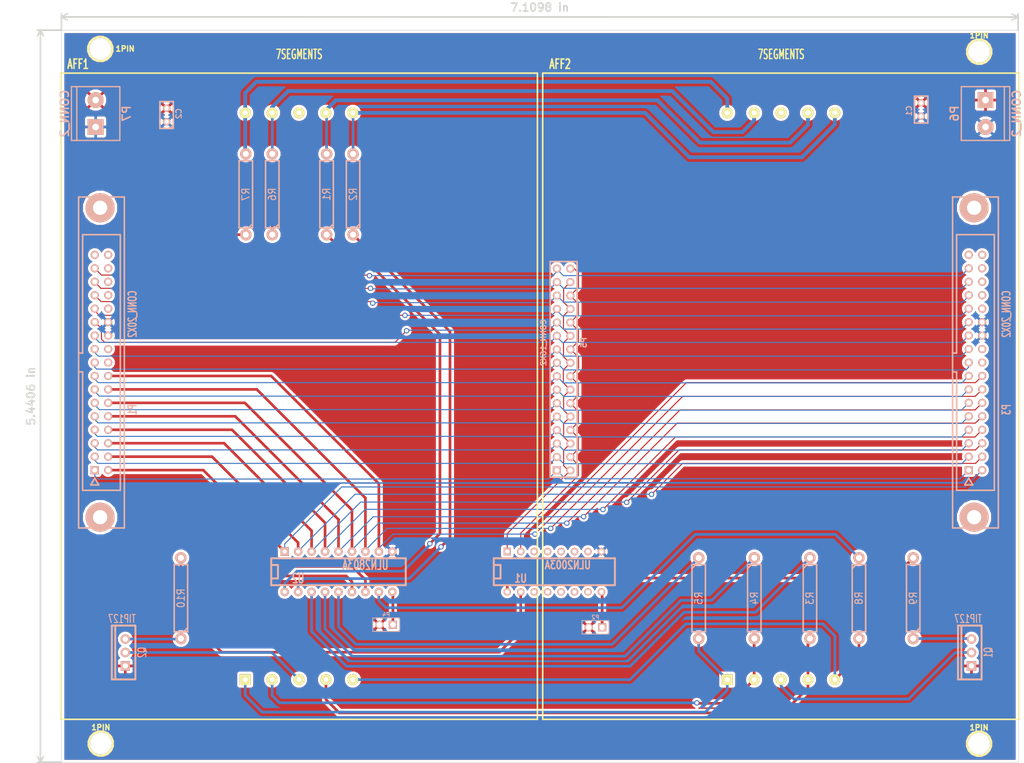
<source format=kicad_pcb>
(kicad_pcb (version 3) (host pcbnew "(2013-07-07 BZR 4022)-stable")
  (layers (15 F.Cu signal) (0 B.Cu signal) (18 B.Paste user) (19 F.Paste user) (20 B.SilkS user) (21 F.SilkS user) (22 B.Mask user) (23 F.Mask user) (28 Edge.Cuts user))
  (net 0 "")
  (net 1 /A)
  (net 2 /B)
  (net 3 /C)
  (net 4 /D)
  (net 5 /Dig1)
  (net 6 /Dig10)
  (net 7 /Dig11)
  (net 8 /Dig12)
  (net 9 /Dig13)
  (net 10 /Dig14)
  (net 11 /Dig15)
  (net 12 /Dig16)
  (net 13 /Dig2)
  (net 14 /Dig3)
  (net 15 /Dig4)
  (net 16 /Dig5)
  (net 17 /Dig6)
  (net 18 /Dig7)
  (net 19 /Dig8)
  (net 20 /Dig9)
  (net 21 /Digit_1)
  (net 22 /Digit_2)
  (net 23 /E)
  (net 24 /F)
  (net 25 /G)
  (net 26 /H)
  (net 27 /Seg_a)
  (net 28 /Seg_b)
  (net 29 /Seg_c)
  (net 30 /Seg_d)
  (net 31 /Seg_e)
  (net 32 /Seg_f)
  (net 33 /Seg_g)
  (net 34 /Seg_h)
  (net 35 /VCC_12V)
  (net 36 GND)
  (net 37 N-0000045)
  (net 38 N-0000046)
  (net 39 N-0000047)
  (net 40 N-0000049)
  (net 41 N-0000050)
  (net 42 N-0000051)
  (net 43 N-0000052)
  (net 44 N-0000063)
  (net 45 N-0000064)
  (net 46 N-0000065)
  (net 47 N-0000066)
  (net 48 N-0000076)
  (net 49 N-0000077)
  (net 50 N-0000078)
  (net 51 N-0000079)
  (net 52 N-0000080)
  (module 6INCH_DISPLAY (layer F.Cu) (at 112.3 153.37)
    (fp_text reference AFF1 (at -41.725 -62.7) (layer F.SilkS) (effects (font (size 1.778 1.143) (thickness 0.28575))))
    (fp_text value 7SEGMENTS (at 0.025 -64.55) (layer F.SilkS) (effects (font (size 1.778 1.016) (thickness 0.254))))
    (pad 1 thru_hole rect (at -10.16 53.5) (size 2.032 2.032) (drill 0.9144) (layers *.Cu *.Mask F.SilkS) (net 31 /Seg_e))
    (pad 2 thru_hole circle (at -5.08 53.5) (size 2.032 2.032) (drill 0.9144) (layers *.Cu *.Mask F.SilkS) (net 30 /Seg_d))
    (pad 3 thru_hole circle (at 0 53.5) (size 2.032 2.032) (drill 0.9144) (layers *.Cu *.Mask F.SilkS) (net 38 N-0000046))
    (pad 4 thru_hole circle (at 5.08 53.5) (size 2.032 2.032) (drill 0.9144) (layers *.Cu *.Mask F.SilkS) (net 29 /Seg_c))
    (pad 7 thru_hole circle (at 5.08 -53.5) (size 2.032 2.032) (drill 0.9144) (layers *.Cu *.Mask F.SilkS) (net 27 /Seg_a))
    (pad 8 thru_hole circle (at 0 -53.5) (size 2.032 2.032) (drill 0.9144) (layers *.Cu *.Mask F.SilkS))
    (pad 9 thru_hole circle (at -5.08 -53.5) (size 2.032 2.032) (drill 0.9144) (layers *.Cu *.Mask F.SilkS) (net 32 /Seg_f))
    (pad 10 thru_hole circle (at -10.16 -53.5) (size 2.032 2.032) (drill 0.9144) (layers *.Cu *.Mask F.SilkS) (net 33 /Seg_g))
    (pad 5 thru_hole circle (at 10.16 53.5) (size 2.032 2.032) (drill 0.9144) (layers *.Cu *.Mask F.SilkS) (net 34 /Seg_h))
    (pad 6 thru_hole circle (at 10.16 -53.5) (size 2.032 2.032) (drill 0.9144) (layers *.Cu *.Mask F.SilkS) (net 28 /Seg_b))
  )
  (module DIP-18__300 (layer B.Cu) (at 119.75 186.5)
    (fp_text reference U2 (at -7.62 1.27) (layer B.SilkS) (effects (font (size 1.778 1.143) (thickness 0.3048)) (justify mirror)))
    (fp_text value ULN2803A (at 5.08 -1.27) (layer B.SilkS) (effects (font (size 1.778 1.143) (thickness 0.3048)) (justify mirror)))
    (pad 1 thru_hole rect (at -10.16 -3.81) (size 1.6 1.6) (drill 0.8128) (layers *.Cu *.Mask B.SilkS) (net 1 /A))
    (pad 2 thru_hole circle (at -7.62 -3.81) (size 1.6 1.6) (drill 0.8128) (layers *.Cu *.Mask B.SilkS) (net 2 /B))
    (pad 3 thru_hole circle (at -5.08 -3.81) (size 1.6 1.6) (drill 0.8128) (layers *.Cu *.Mask B.SilkS) (net 3 /C))
    (pad 4 thru_hole circle (at -2.54 -3.81) (size 1.6 1.6) (drill 0.8128) (layers *.Cu *.Mask B.SilkS) (net 4 /D))
    (pad 5 thru_hole circle (at 0 -3.81) (size 1.6 1.6) (drill 0.8128) (layers *.Cu *.Mask B.SilkS) (net 23 /E))
    (pad 6 thru_hole circle (at 2.54 -3.81) (size 1.6 1.6) (drill 0.8128) (layers *.Cu *.Mask B.SilkS) (net 24 /F))
    (pad 7 thru_hole circle (at 5.08 -3.81) (size 1.6 1.6) (drill 0.8128) (layers *.Cu *.Mask B.SilkS) (net 25 /G))
    (pad 8 thru_hole circle (at 7.62 -3.81) (size 1.6 1.6) (drill 0.8128) (layers *.Cu *.Mask B.SilkS) (net 26 /H))
    (pad 9 thru_hole circle (at 10.16 -3.81) (size 1.6 1.6) (drill 0.8128) (layers *.Cu *.Mask B.SilkS) (net 36 GND))
    (pad 10 thru_hole circle (at 10.16 3.81) (size 1.6 1.6) (drill 0.8128) (layers *.Cu *.Mask B.SilkS) (net 52 N-0000080))
    (pad 11 thru_hole circle (at 7.62 3.81) (size 1.6 1.6) (drill 0.8128) (layers *.Cu *.Mask B.SilkS) (net 46 N-0000065))
    (pad 12 thru_hole circle (at 5.08 3.81) (size 1.6 1.6) (drill 0.8128) (layers *.Cu *.Mask B.SilkS) (net 45 N-0000064))
    (pad 13 thru_hole circle (at 2.54 3.81) (size 1.6 1.6) (drill 0.8128) (layers *.Cu *.Mask B.SilkS) (net 44 N-0000063))
    (pad 14 thru_hole circle (at 0 3.81) (size 1.6 1.6) (drill 0.8128) (layers *.Cu *.Mask B.SilkS) (net 47 N-0000066))
    (pad 15 thru_hole circle (at -2.54 3.81) (size 1.6 1.6) (drill 0.8128) (layers *.Cu *.Mask B.SilkS) (net 51 N-0000079))
    (pad 16 thru_hole circle (at -5.08 3.81) (size 1.6 1.6) (drill 0.8128) (layers *.Cu *.Mask B.SilkS) (net 50 N-0000078))
    (pad 17 thru_hole circle (at -7.62 3.81) (size 1.6 1.6) (drill 0.8128) (layers *.Cu *.Mask B.SilkS) (net 49 N-0000077))
    (pad 18 thru_hole circle (at -10.16 3.81) (size 1.6 1.6) (drill 0.8128) (layers *.Cu *.Mask B.SilkS) (net 48 N-0000076))
  )
  (module DIP-16__300 (layer B.Cu) (at 160.5 186.5)
    (fp_text reference U1 (at -6.35 1.27) (layer B.SilkS) (effects (font (size 1.524 1.143) (thickness 0.3048)) (justify mirror)))
    (fp_text value ULN2003A (at 2.54 -1.27) (layer B.SilkS) (effects (font (size 1.524 1.143) (thickness 0.3048)) (justify mirror)))
    (pad 1 thru_hole rect (at -8.89 -3.81) (size 1.397 1.397) (drill 0.8128) (layers *.Cu *.Mask B.SilkS) (net 21 /Digit_1))
    (pad 2 thru_hole circle (at -6.35 -3.81) (size 1.397 1.397) (drill 0.8128) (layers *.Cu *.Mask B.SilkS) (net 22 /Digit_2))
    (pad 3 thru_hole circle (at -3.81 -3.81) (size 1.397 1.397) (drill 0.8128) (layers *.Cu *.Mask B.SilkS))
    (pad 4 thru_hole circle (at -1.27 -3.81) (size 1.397 1.397) (drill 0.8128) (layers *.Cu *.Mask B.SilkS))
    (pad 5 thru_hole circle (at 1.27 -3.81) (size 1.397 1.397) (drill 0.8128) (layers *.Cu *.Mask B.SilkS))
    (pad 6 thru_hole circle (at 3.81 -3.81) (size 1.397 1.397) (drill 0.8128) (layers *.Cu *.Mask B.SilkS))
    (pad 7 thru_hole circle (at 6.35 -3.81) (size 1.397 1.397) (drill 0.8128) (layers *.Cu *.Mask B.SilkS))
    (pad 8 thru_hole circle (at 8.89 -3.81) (size 1.397 1.397) (drill 0.8128) (layers *.Cu *.Mask B.SilkS) (net 36 GND))
    (pad 9 thru_hole circle (at 8.89 3.81) (size 1.397 1.397) (drill 0.8128) (layers *.Cu *.Mask B.SilkS) (net 40 N-0000049))
    (pad 10 thru_hole circle (at 6.35 3.81) (size 1.397 1.397) (drill 0.8128) (layers *.Cu *.Mask B.SilkS))
    (pad 11 thru_hole circle (at 3.81 3.81) (size 1.397 1.397) (drill 0.8128) (layers *.Cu *.Mask B.SilkS))
    (pad 12 thru_hole circle (at 1.27 3.81) (size 1.397 1.397) (drill 0.8128) (layers *.Cu *.Mask B.SilkS))
    (pad 13 thru_hole circle (at -1.27 3.81) (size 1.397 1.397) (drill 0.8128) (layers *.Cu *.Mask B.SilkS))
    (pad 14 thru_hole circle (at -3.81 3.81) (size 1.397 1.397) (drill 0.8128) (layers *.Cu *.Mask B.SilkS))
    (pad 15 thru_hole circle (at -6.35 3.81) (size 1.397 1.397) (drill 0.8128) (layers *.Cu *.Mask B.SilkS) (net 42 N-0000051))
    (pad 16 thru_hole circle (at -8.89 3.81) (size 1.397 1.397) (drill 0.8128) (layers *.Cu *.Mask B.SilkS) (net 41 N-0000050))
  )
  (module TO220_VERT (layer B.Cu) (at 79.5 201.75 180)
    (fp_text reference Q2 (at -3.175 0 450) (layer B.SilkS) (effects (font (size 1.524 1.016) (thickness 0.2032)) (justify mirror)))
    (fp_text value TIP127 (at 0.635 6.35 180) (layer B.SilkS) (effects (font (size 1.524 1.016) (thickness 0.2032)) (justify mirror)))
    (pad 1 thru_hole circle (at 0 2.54 180) (size 1.778 1.778) (drill 1.016) (layers *.Cu *.Mask B.SilkS) (net 39 N-0000047))
    (pad 2 thru_hole circle (at 0 0 180) (size 1.778 1.778) (drill 1.016) (layers *.Cu *.Mask B.SilkS) (net 38 N-0000046))
    (pad 3 thru_hole rect (at 0 -2.54 180) (size 1.778 1.778) (drill 1.016) (layers *.Cu *.Mask B.SilkS) (net 35 /VCC_12V))
  )
  (module TO220_VERT (layer B.Cu) (at 239.25 201.75 180)
    (fp_text reference Q1 (at -3.175 0 450) (layer B.SilkS) (effects (font (size 1.524 1.016) (thickness 0.2032)) (justify mirror)))
    (fp_text value TIP127 (at 0.635 6.35 180) (layer B.SilkS) (effects (font (size 1.524 1.016) (thickness 0.2032)) (justify mirror)))
    (pad 1 thru_hole circle (at 0 2.54 180) (size 1.778 1.778) (drill 1.016) (layers *.Cu *.Mask B.SilkS) (net 37 N-0000045))
    (pad 2 thru_hole circle (at 0 0 180) (size 1.778 1.778) (drill 1.016) (layers *.Cu *.Mask B.SilkS) (net 43 N-0000052))
    (pad 3 thru_hole rect (at 0 -2.54 180) (size 1.778 1.778) (drill 1.016) (layers *.Cu *.Mask B.SilkS) (net 35 /VCC_12V))
  )
  (module C1 (layer B.Cu) (at 229.75 99.25 270)
    (fp_text reference C1 (at 0.254 2.286 270) (layer B.SilkS) (effects (font (size 1.016 1.016) (thickness 0.2032)) (justify mirror)))
    (fp_text value C hide)
    (pad 1 thru_hole circle (at -1.27 0 270) (size 1.397 1.397) (drill 0.8128) (layers *.Cu *.Mask B.SilkS) (net 35 /VCC_12V))
    (pad 2 thru_hole circle (at 1.27 0 270) (size 1.397 1.397) (drill 0.8128) (layers *.Cu *.Mask B.SilkS) (net 36 GND))
  )
  (module C1 (layer B.Cu) (at 87.300001 100.280001 90)
    (fp_text reference C2 (at 0.254 2.286 90) (layer B.SilkS) (effects (font (size 1.016 1.016) (thickness 0.2032)) (justify mirror)))
    (fp_text value C hide)
    (pad 1 thru_hole circle (at -1.27 0 90) (size 1.397 1.397) (drill 0.8128) (layers *.Cu *.Mask B.SilkS) (net 36 GND))
    (pad 2 thru_hole circle (at 1.27 0 90) (size 1.397 1.397) (drill 0.8128) (layers *.Cu *.Mask B.SilkS) (net 35 /VCC_12V))
  )
  (module 6INCH_DISPLAY (layer F.Cu) (at 203.3 153.37)
    (fp_text reference AFF2 (at -41.725 -62.7) (layer F.SilkS) (effects (font (size 1.778 1.143) (thickness 0.28575))))
    (fp_text value 7SEGMENTS (at 0.025 -64.55) (layer F.SilkS) (effects (font (size 1.778 1.016) (thickness 0.254))))
    (pad 1 thru_hole rect (at -10.16 53.5) (size 2.032 2.032) (drill 0.9144) (layers *.Cu *.Mask F.SilkS) (net 31 /Seg_e))
    (pad 2 thru_hole circle (at -5.08 53.5) (size 2.032 2.032) (drill 0.9144) (layers *.Cu *.Mask F.SilkS) (net 30 /Seg_d))
    (pad 3 thru_hole circle (at 0 53.5) (size 2.032 2.032) (drill 0.9144) (layers *.Cu *.Mask F.SilkS) (net 43 N-0000052))
    (pad 4 thru_hole circle (at 5.08 53.5) (size 2.032 2.032) (drill 0.9144) (layers *.Cu *.Mask F.SilkS) (net 29 /Seg_c))
    (pad 7 thru_hole circle (at 5.08 -53.5) (size 2.032 2.032) (drill 0.9144) (layers *.Cu *.Mask F.SilkS) (net 27 /Seg_a))
    (pad 8 thru_hole circle (at 0 -53.5) (size 2.032 2.032) (drill 0.9144) (layers *.Cu *.Mask F.SilkS))
    (pad 9 thru_hole circle (at -5.08 -53.5) (size 2.032 2.032) (drill 0.9144) (layers *.Cu *.Mask F.SilkS) (net 32 /Seg_f))
    (pad 10 thru_hole circle (at -10.16 -53.5) (size 2.032 2.032) (drill 0.9144) (layers *.Cu *.Mask F.SilkS) (net 33 /Seg_g))
    (pad 5 thru_hole circle (at 10.16 53.5) (size 2.032 2.032) (drill 0.9144) (layers *.Cu *.Mask F.SilkS) (net 34 /Seg_h))
    (pad 6 thru_hole circle (at 10.16 -53.5) (size 2.032 2.032) (drill 0.9144) (layers *.Cu *.Mask F.SilkS) (net 28 /Seg_b))
  )
  (module R6 (layer B.Cu) (at 90 191.5 90)
    (fp_text reference R10 (at 0 0 90) (layer B.SilkS) (effects (font (size 1.397 1.27) (thickness 0.2032)) (justify mirror)))
    (fp_text value 2.2K hide)
    (pad 1 thru_hole circle (at -7.62 0 90) (size 2.143 2.143) (drill 1.143) (layers *.Cu *.Mask B.SilkS) (net 39 N-0000047))
    (pad 2 thru_hole circle (at 7.62 0 90) (size 2.143 2.143) (drill 1.143) (layers *.Cu *.Mask B.SilkS) (net 42 N-0000051))
  )
  (module PIN_ARRAY_2X1 (layer B.Cu) (at 168.25 197 180)
    (fp_text reference P2 (at 0 1.905 180) (layer B.SilkS) (effects (font (size 0.762 0.762) (thickness 0.1524)) (justify mirror)))
    (fp_text value CONN_2 hide)
    (pad 1 thru_hole rect (at -1.27 0 180) (size 1.524 1.524) (drill 1.016) (layers *.Cu *.Mask B.SilkS) (net 40 N-0000049))
    (pad 2 thru_hole circle (at 1.27 0 180) (size 1.524 1.524) (drill 1.016) (layers *.Cu *.Mask B.SilkS) (net 35 /VCC_12V))
  )
  (module R6 (layer B.Cu) (at 102.25 115.25 90)
    (fp_text reference R7 (at 0 0 90) (layer B.SilkS) (effects (font (size 1.397 1.27) (thickness 0.2032)) (justify mirror)))
    (fp_text value R hide)
    (pad 1 thru_hole circle (at -7.62 0 90) (size 2.143 2.143) (drill 1.143) (layers *.Cu *.Mask B.SilkS) (net 45 N-0000064))
    (pad 2 thru_hole circle (at 7.62 0 90) (size 2.143 2.143) (drill 1.143) (layers *.Cu *.Mask B.SilkS) (net 33 /Seg_g))
  )
  (module R6 (layer B.Cu) (at 228.25 191.5 90)
    (fp_text reference R9 (at 0 0 90) (layer B.SilkS) (effects (font (size 1.397 1.27) (thickness 0.2032)) (justify mirror)))
    (fp_text value 2.2K hide)
    (pad 1 thru_hole circle (at -7.62 0 90) (size 2.143 2.143) (drill 1.143) (layers *.Cu *.Mask B.SilkS) (net 37 N-0000045))
    (pad 2 thru_hole circle (at 7.62 0 90) (size 2.143 2.143) (drill 1.143) (layers *.Cu *.Mask B.SilkS) (net 41 N-0000050))
  )
  (module R6 (layer B.Cu) (at 218 191.5 270)
    (fp_text reference R8 (at 0 0 270) (layer B.SilkS) (effects (font (size 1.397 1.27) (thickness 0.2032)) (justify mirror)))
    (fp_text value R hide)
    (pad 1 thru_hole circle (at -7.62 0 270) (size 2.143 2.143) (drill 1.143) (layers *.Cu *.Mask B.SilkS) (net 46 N-0000065))
    (pad 2 thru_hole circle (at 7.62 0 270) (size 2.143 2.143) (drill 1.143) (layers *.Cu *.Mask B.SilkS) (net 34 /Seg_h))
  )
  (module R6 (layer B.Cu) (at 107.25 115.25 90)
    (fp_text reference R6 (at 0 0 90) (layer B.SilkS) (effects (font (size 1.397 1.27) (thickness 0.2032)) (justify mirror)))
    (fp_text value R hide)
    (pad 1 thru_hole circle (at -7.62 0 90) (size 2.143 2.143) (drill 1.143) (layers *.Cu *.Mask B.SilkS) (net 44 N-0000063))
    (pad 2 thru_hole circle (at 7.62 0 90) (size 2.143 2.143) (drill 1.143) (layers *.Cu *.Mask B.SilkS) (net 32 /Seg_f))
  )
  (module R6 (layer B.Cu) (at 187.75 191.5 270)
    (fp_text reference R5 (at 0 0 270) (layer B.SilkS) (effects (font (size 1.397 1.27) (thickness 0.2032)) (justify mirror)))
    (fp_text value R hide)
    (pad 1 thru_hole circle (at -7.62 0 270) (size 2.143 2.143) (drill 1.143) (layers *.Cu *.Mask B.SilkS) (net 47 N-0000066))
    (pad 2 thru_hole circle (at 7.62 0 270) (size 2.143 2.143) (drill 1.143) (layers *.Cu *.Mask B.SilkS) (net 31 /Seg_e))
  )
  (module R6 (layer B.Cu) (at 198.25 191.5 270)
    (fp_text reference R4 (at 0 0 270) (layer B.SilkS) (effects (font (size 1.397 1.27) (thickness 0.2032)) (justify mirror)))
    (fp_text value R hide)
    (pad 1 thru_hole circle (at -7.62 0 270) (size 2.143 2.143) (drill 1.143) (layers *.Cu *.Mask B.SilkS) (net 51 N-0000079))
    (pad 2 thru_hole circle (at 7.62 0 270) (size 2.143 2.143) (drill 1.143) (layers *.Cu *.Mask B.SilkS) (net 30 /Seg_d))
  )
  (module R6 (layer B.Cu) (at 208.75 191.5 270)
    (fp_text reference R3 (at 0 0 270) (layer B.SilkS) (effects (font (size 1.397 1.27) (thickness 0.2032)) (justify mirror)))
    (fp_text value R hide)
    (pad 1 thru_hole circle (at -7.62 0 270) (size 2.143 2.143) (drill 1.143) (layers *.Cu *.Mask B.SilkS) (net 50 N-0000078))
    (pad 2 thru_hole circle (at 7.62 0 270) (size 2.143 2.143) (drill 1.143) (layers *.Cu *.Mask B.SilkS) (net 29 /Seg_c))
  )
  (module R6 (layer B.Cu) (at 122.5 115.25 90)
    (fp_text reference R2 (at 0 0 90) (layer B.SilkS) (effects (font (size 1.397 1.27) (thickness 0.2032)) (justify mirror)))
    (fp_text value R hide)
    (pad 1 thru_hole circle (at -7.62 0 90) (size 2.143 2.143) (drill 1.143) (layers *.Cu *.Mask B.SilkS) (net 49 N-0000077))
    (pad 2 thru_hole circle (at 7.62 0 90) (size 2.143 2.143) (drill 1.143) (layers *.Cu *.Mask B.SilkS) (net 28 /Seg_b))
  )
  (module R6 (layer B.Cu) (at 117.5 115.25 90)
    (fp_text reference R1 (at 0 0 90) (layer B.SilkS) (effects (font (size 1.397 1.27) (thickness 0.2032)) (justify mirror)))
    (fp_text value R hide)
    (pad 1 thru_hole circle (at -7.62 0 90) (size 2.143 2.143) (drill 1.143) (layers *.Cu *.Mask B.SilkS) (net 48 N-0000076))
    (pad 2 thru_hole circle (at 7.62 0 90) (size 2.143 2.143) (drill 1.143) (layers *.Cu *.Mask B.SilkS) (net 27 /Seg_a))
  )
  (module PIN_ARRAY_2X1 (layer B.Cu) (at 128.75 196.5 180)
    (fp_text reference P4 (at 0 1.905 180) (layer B.SilkS) (effects (font (size 0.762 0.762) (thickness 0.1524)) (justify mirror)))
    (fp_text value CONN_2 hide)
    (pad 1 thru_hole rect (at -1.27 0 180) (size 1.524 1.524) (drill 1.016) (layers *.Cu *.Mask B.SilkS) (net 52 N-0000080))
    (pad 2 thru_hole circle (at 1.27 0 180) (size 1.524 1.524) (drill 1.016) (layers *.Cu *.Mask B.SilkS) (net 35 /VCC_12V))
  )
  (module mors_2p (layer B.Cu) (at 241.9 100 270)
    (fp_text reference P6 (at 0 5.842 270) (layer B.SilkS) (effects (font (size 1.524 1.524) (thickness 0.3048)) (justify mirror)))
    (fp_text value CONN_2 (at 0 -5.842 270) (layer B.SilkS) (effects (font (size 1.524 1.524) (thickness 0.3048)) (justify mirror)))
    (pad 1 thru_hole rect (at -2.54 0 270) (size 2.99974 2.99974) (drill 1.24968) (layers *.Cu *.Mask B.SilkS) (net 35 /VCC_12V))
    (pad 2 thru_hole circle (at 2.54 0 270) (size 2.99974 2.99974) (drill 1.24968) (layers *.Cu *.Mask B.SilkS) (net 36 GND))
  )
  (module mors_2p (layer B.Cu) (at 73.9 100 90)
    (fp_text reference P7 (at 0 5.842 90) (layer B.SilkS) (effects (font (size 1.524 1.524) (thickness 0.3048)) (justify mirror)))
    (fp_text value CONN_2 (at 0 -5.842 90) (layer B.SilkS) (effects (font (size 1.524 1.524) (thickness 0.3048)) (justify mirror)))
    (pad 1 thru_hole rect (at -2.54 0 90) (size 2.99974 2.99974) (drill 1.24968) (layers *.Cu *.Mask B.SilkS) (net 36 GND))
    (pad 2 thru_hole circle (at 2.54 0 90) (size 2.99974 2.99974) (drill 1.24968) (layers *.Cu *.Mask B.SilkS) (net 35 /VCC_12V))
  )
  (module HE10_34D (layer B.Cu) (at 75 147 90)
    (fp_text reference P1 (at -8.89 5.842 90) (layer B.SilkS) (effects (font (size 1.524 1.016) (thickness 0.3048)) (justify mirror)))
    (fp_text value CONN_20X2 (at 9.144 5.842 90) (layer B.SilkS) (effects (font (size 1.524 1.016) (thickness 0.3048)) (justify mirror)))
    (pad 1 thru_hole rect (at -20.32 -1.27 90) (size 1.524 1.524) (drill 0.9144) (layers *.Cu *.Mask B.SilkS) (net 5 /Dig1))
    (pad 2 thru_hole circle (at -20.32 1.27 90) (size 1.524 1.524) (drill 0.9144) (layers *.Cu *.Mask B.SilkS) (net 1 /A))
    (pad 3 thru_hole circle (at -17.78 -1.27 90) (size 1.524 1.524) (drill 0.9144) (layers *.Cu *.Mask B.SilkS) (net 13 /Dig2))
    (pad 4 thru_hole circle (at -17.78 1.27 90) (size 1.524 1.524) (drill 0.9144) (layers *.Cu *.Mask B.SilkS) (net 2 /B))
    (pad 5 thru_hole circle (at -15.24 -1.27 90) (size 1.524 1.524) (drill 0.9144) (layers *.Cu *.Mask B.SilkS) (net 14 /Dig3))
    (pad 6 thru_hole circle (at -15.24 1.27 90) (size 1.524 1.524) (drill 0.9144) (layers *.Cu *.Mask B.SilkS) (net 3 /C))
    (pad 7 thru_hole circle (at -12.7 -1.27 90) (size 1.524 1.524) (drill 0.9144) (layers *.Cu *.Mask B.SilkS) (net 15 /Dig4))
    (pad 8 thru_hole circle (at -12.7 1.27 90) (size 1.524 1.524) (drill 0.9144) (layers *.Cu *.Mask B.SilkS) (net 4 /D))
    (pad 9 thru_hole circle (at -10.16 -1.27 90) (size 1.524 1.524) (drill 0.9144) (layers *.Cu *.Mask B.SilkS) (net 16 /Dig5))
    (pad 10 thru_hole circle (at -10.16 1.27 90) (size 1.524 1.524) (drill 0.9144) (layers *.Cu *.Mask B.SilkS) (net 23 /E))
    (pad 11 thru_hole circle (at -7.62 -1.27 90) (size 1.524 1.524) (drill 0.9144) (layers *.Cu *.Mask B.SilkS) (net 17 /Dig6))
    (pad 12 thru_hole circle (at -7.62 1.27 90) (size 1.524 1.524) (drill 0.9144) (layers *.Cu *.Mask B.SilkS) (net 24 /F))
    (pad 13 thru_hole circle (at -5.08 -1.27 90) (size 1.524 1.524) (drill 0.9144) (layers *.Cu *.Mask B.SilkS) (net 18 /Dig7))
    (pad 14 thru_hole circle (at -5.08 1.27 90) (size 1.524 1.524) (drill 0.9144) (layers *.Cu *.Mask B.SilkS) (net 25 /G))
    (pad 15 thru_hole circle (at -2.54 -1.27 90) (size 1.524 1.524) (drill 0.9144) (layers *.Cu *.Mask B.SilkS) (net 19 /Dig8))
    (pad 16 thru_hole circle (at -2.54 1.27 90) (size 1.524 1.524) (drill 0.9144) (layers *.Cu *.Mask B.SilkS) (net 26 /H))
    (pad 17 thru_hole circle (at 0 -1.27 90) (size 1.524 1.524) (drill 0.9144) (layers *.Cu *.Mask B.SilkS) (net 20 /Dig9))
    (pad 18 thru_hole circle (at 0 1.27 90) (size 1.524 1.524) (drill 0.9144) (layers *.Cu *.Mask B.SilkS))
    (pad 19 thru_hole circle (at 2.54 -1.27 90) (size 1.524 1.524) (drill 0.9144) (layers *.Cu *.Mask B.SilkS) (net 6 /Dig10))
    (pad 20 thru_hole circle (at 2.54 1.27 90) (size 1.524 1.524) (drill 0.9144) (layers *.Cu *.Mask B.SilkS))
    (pad "" thru_hole circle (at -29.21 -0.254 90) (size 5.461 5.461) (drill 2.6924) (layers *.Cu *.Mask B.SilkS))
    (pad 21 thru_hole circle (at 5.08 -1.27 90) (size 1.524 1.524) (drill 0.9144) (layers *.Cu *.Mask B.SilkS) (net 7 /Dig11))
    (pad 22 thru_hole circle (at 5.08 1.27 90) (size 1.524 1.524) (drill 0.9144) (layers *.Cu *.Mask B.SilkS) (net 36 GND))
    (pad 23 thru_hole circle (at 7.62 -1.27 90) (size 1.524 1.524) (drill 0.9144) (layers *.Cu *.Mask B.SilkS Eco1.User) (net 8 /Dig12))
    (pad 24 thru_hole circle (at 7.62 1.27 90) (size 1.524 1.524) (drill 0.9144) (layers *.Cu *.Mask B.SilkS) (net 36 GND))
    (pad 25 thru_hole circle (at 10.16 -1.27 90) (size 1.524 1.524) (drill 0.9144) (layers *.Cu *.Mask B.SilkS) (net 9 /Dig13))
    (pad 26 thru_hole circle (at 10.16 1.27 90) (size 1.524 1.524) (drill 0.9144) (layers *.Cu *.Mask B.SilkS))
    (pad 27 thru_hole circle (at 12.7 -1.27 90) (size 1.524 1.524) (drill 0.9144) (layers *.Cu *.Mask B.SilkS) (net 10 /Dig14))
    (pad 28 thru_hole circle (at 12.7 1.27 90) (size 1.524 1.524) (drill 0.9144) (layers *.Cu *.Mask B.SilkS))
    (pad 29 thru_hole circle (at 15.24 -1.27 90) (size 1.524 1.524) (drill 0.9144) (layers *.Cu *.Mask B.SilkS) (net 11 /Dig15))
    (pad 30 thru_hole circle (at 15.24 1.27 90) (size 1.524 1.524) (drill 0.9144) (layers *.Cu *.Mask B.SilkS))
    (pad 31 thru_hole circle (at 17.78 -1.27 90) (size 1.524 1.524) (drill 0.9144) (layers *.Cu *.Mask B.SilkS) (net 12 /Dig16))
    (pad 32 thru_hole circle (at 17.78 1.27 90) (size 1.524 1.524) (drill 0.9144) (layers *.Cu *.Mask B.SilkS))
    (pad 33 thru_hole circle (at 20.32 -1.27 90) (size 1.524 1.524) (drill 0.9144) (layers *.Cu *.Mask B.SilkS))
    (pad 34 thru_hole circle (at 20.32 1.27 90) (size 1.524 1.524) (drill 0.9144) (layers *.Cu *.Mask B.SilkS))
    (pad "" thru_hole circle (at 29.21 -0.254 90) (size 5.461 5.461) (drill 2.6924) (layers *.Cu *.Mask B.SilkS))
  )
  (module HE10_34D (layer B.Cu) (at 240 147 90)
    (fp_text reference P3 (at -8.89 5.842 90) (layer B.SilkS) (effects (font (size 1.524 1.016) (thickness 0.3048)) (justify mirror)))
    (fp_text value CONN_20X2 (at 9.144 5.842 90) (layer B.SilkS) (effects (font (size 1.524 1.016) (thickness 0.3048)) (justify mirror)))
    (pad 1 thru_hole rect (at -20.32 -1.27 90) (size 1.524 1.524) (drill 0.9144) (layers *.Cu *.Mask B.SilkS) (net 5 /Dig1))
    (pad 2 thru_hole circle (at -20.32 1.27 90) (size 1.524 1.524) (drill 0.9144) (layers *.Cu *.Mask B.SilkS) (net 1 /A))
    (pad 3 thru_hole circle (at -17.78 -1.27 90) (size 1.524 1.524) (drill 0.9144) (layers *.Cu *.Mask B.SilkS) (net 13 /Dig2))
    (pad 4 thru_hole circle (at -17.78 1.27 90) (size 1.524 1.524) (drill 0.9144) (layers *.Cu *.Mask B.SilkS) (net 2 /B))
    (pad 5 thru_hole circle (at -15.24 -1.27 90) (size 1.524 1.524) (drill 0.9144) (layers *.Cu *.Mask B.SilkS) (net 14 /Dig3))
    (pad 6 thru_hole circle (at -15.24 1.27 90) (size 1.524 1.524) (drill 0.9144) (layers *.Cu *.Mask B.SilkS) (net 3 /C))
    (pad 7 thru_hole circle (at -12.7 -1.27 90) (size 1.524 1.524) (drill 0.9144) (layers *.Cu *.Mask B.SilkS) (net 15 /Dig4))
    (pad 8 thru_hole circle (at -12.7 1.27 90) (size 1.524 1.524) (drill 0.9144) (layers *.Cu *.Mask B.SilkS) (net 4 /D))
    (pad 9 thru_hole circle (at -10.16 -1.27 90) (size 1.524 1.524) (drill 0.9144) (layers *.Cu *.Mask B.SilkS) (net 16 /Dig5))
    (pad 10 thru_hole circle (at -10.16 1.27 90) (size 1.524 1.524) (drill 0.9144) (layers *.Cu *.Mask B.SilkS) (net 23 /E))
    (pad 11 thru_hole circle (at -7.62 -1.27 90) (size 1.524 1.524) (drill 0.9144) (layers *.Cu *.Mask B.SilkS) (net 17 /Dig6))
    (pad 12 thru_hole circle (at -7.62 1.27 90) (size 1.524 1.524) (drill 0.9144) (layers *.Cu *.Mask B.SilkS) (net 24 /F))
    (pad 13 thru_hole circle (at -5.08 -1.27 90) (size 1.524 1.524) (drill 0.9144) (layers *.Cu *.Mask B.SilkS) (net 18 /Dig7))
    (pad 14 thru_hole circle (at -5.08 1.27 90) (size 1.524 1.524) (drill 0.9144) (layers *.Cu *.Mask B.SilkS) (net 25 /G))
    (pad 15 thru_hole circle (at -2.54 -1.27 90) (size 1.524 1.524) (drill 0.9144) (layers *.Cu *.Mask B.SilkS) (net 19 /Dig8))
    (pad 16 thru_hole circle (at -2.54 1.27 90) (size 1.524 1.524) (drill 0.9144) (layers *.Cu *.Mask B.SilkS) (net 26 /H))
    (pad 17 thru_hole circle (at 0 -1.27 90) (size 1.524 1.524) (drill 0.9144) (layers *.Cu *.Mask B.SilkS) (net 20 /Dig9))
    (pad 18 thru_hole circle (at 0 1.27 90) (size 1.524 1.524) (drill 0.9144) (layers *.Cu *.Mask B.SilkS))
    (pad 19 thru_hole circle (at 2.54 -1.27 90) (size 1.524 1.524) (drill 0.9144) (layers *.Cu *.Mask B.SilkS) (net 6 /Dig10))
    (pad 20 thru_hole circle (at 2.54 1.27 90) (size 1.524 1.524) (drill 0.9144) (layers *.Cu *.Mask B.SilkS))
    (pad "" thru_hole circle (at -29.21 -0.254 90) (size 5.461 5.461) (drill 2.6924) (layers *.Cu *.Mask B.SilkS))
    (pad 21 thru_hole circle (at 5.08 -1.27 90) (size 1.524 1.524) (drill 0.9144) (layers *.Cu *.Mask B.SilkS) (net 7 /Dig11))
    (pad 22 thru_hole circle (at 5.08 1.27 90) (size 1.524 1.524) (drill 0.9144) (layers *.Cu *.Mask B.SilkS) (net 36 GND))
    (pad 23 thru_hole circle (at 7.62 -1.27 90) (size 1.524 1.524) (drill 0.9144) (layers *.Cu *.Mask B.SilkS Eco1.User) (net 8 /Dig12))
    (pad 24 thru_hole circle (at 7.62 1.27 90) (size 1.524 1.524) (drill 0.9144) (layers *.Cu *.Mask B.SilkS) (net 36 GND))
    (pad 25 thru_hole circle (at 10.16 -1.27 90) (size 1.524 1.524) (drill 0.9144) (layers *.Cu *.Mask B.SilkS) (net 9 /Dig13))
    (pad 26 thru_hole circle (at 10.16 1.27 90) (size 1.524 1.524) (drill 0.9144) (layers *.Cu *.Mask B.SilkS))
    (pad 27 thru_hole circle (at 12.7 -1.27 90) (size 1.524 1.524) (drill 0.9144) (layers *.Cu *.Mask B.SilkS) (net 10 /Dig14))
    (pad 28 thru_hole circle (at 12.7 1.27 90) (size 1.524 1.524) (drill 0.9144) (layers *.Cu *.Mask B.SilkS))
    (pad 29 thru_hole circle (at 15.24 -1.27 90) (size 1.524 1.524) (drill 0.9144) (layers *.Cu *.Mask B.SilkS) (net 11 /Dig15))
    (pad 30 thru_hole circle (at 15.24 1.27 90) (size 1.524 1.524) (drill 0.9144) (layers *.Cu *.Mask B.SilkS))
    (pad 31 thru_hole circle (at 17.78 -1.27 90) (size 1.524 1.524) (drill 0.9144) (layers *.Cu *.Mask B.SilkS) (net 12 /Dig16))
    (pad 32 thru_hole circle (at 17.78 1.27 90) (size 1.524 1.524) (drill 0.9144) (layers *.Cu *.Mask B.SilkS))
    (pad 33 thru_hole circle (at 20.32 -1.27 90) (size 1.524 1.524) (drill 0.9144) (layers *.Cu *.Mask B.SilkS))
    (pad 34 thru_hole circle (at 20.32 1.27 90) (size 1.524 1.524) (drill 0.9144) (layers *.Cu *.Mask B.SilkS))
    (pad "" thru_hole circle (at 29.21 -0.254 90) (size 5.461 5.461) (drill 2.6924) (layers *.Cu *.Mask B.SilkS))
  )
  (module PIN_ARRAY_16X2 (layer B.Cu) (at 162.25 143.25 90)
    (fp_text reference P5 (at 0 3.81 90) (layer B.SilkS) (effects (font (size 1.016 1.016) (thickness 0.27432)) (justify mirror)))
    (fp_text value CONN_16X2 (at 0 -3.81 90) (layer B.SilkS) (effects (font (size 1.016 1.016) (thickness 0.2032)) (justify mirror)))
    (pad 1 thru_hole rect (at -24.13 -1.27 90) (size 1.524 1.524) (drill 0.91) (layers *.Cu *.Mask B.SilkS) (net 5 /Dig1))
    (pad 2 thru_hole circle (at -24.13 1.27 90) (size 1.524 1.524) (drill 0.91) (layers *.Cu *.Mask B.SilkS) (net 21 /Digit_1))
    (pad 11 thru_hole circle (at -11.43 -1.27 90) (size 1.524 1.524) (drill 0.91) (layers *.Cu *.Mask B.SilkS) (net 17 /Dig6))
    (pad 4 thru_hole circle (at -21.59 1.27 90) (size 1.524 1.524) (drill 0.91) (layers *.Cu *.Mask B.SilkS) (net 22 /Digit_2))
    (pad 13 thru_hole circle (at -8.89 -1.27 90) (size 1.524 1.524) (drill 0.91) (layers *.Cu *.Mask B.SilkS) (net 18 /Dig7))
    (pad 6 thru_hole circle (at -19.05 1.27 90) (size 1.524 1.524) (drill 0.91) (layers *.Cu *.Mask B.SilkS) (net 21 /Digit_1))
    (pad 15 thru_hole circle (at -6.35 -1.27 90) (size 1.524 1.524) (drill 0.91) (layers *.Cu *.Mask B.SilkS) (net 19 /Dig8))
    (pad 8 thru_hole circle (at -16.51 1.27 90) (size 1.524 1.524) (drill 0.91) (layers *.Cu *.Mask B.SilkS) (net 22 /Digit_2))
    (pad 17 thru_hole circle (at -3.81 -1.27 90) (size 1.524 1.524) (drill 0.91) (layers *.Cu *.Mask B.SilkS) (net 20 /Dig9))
    (pad 10 thru_hole circle (at -13.97 1.27 90) (size 1.524 1.524) (drill 0.91) (layers *.Cu *.Mask B.SilkS) (net 21 /Digit_1))
    (pad 19 thru_hole circle (at -1.27 -1.27 90) (size 1.524 1.524) (drill 0.91) (layers *.Cu *.Mask B.SilkS) (net 6 /Dig10))
    (pad 12 thru_hole circle (at -11.43 1.27 90) (size 1.524 1.524) (drill 0.91) (layers *.Cu *.Mask B.SilkS) (net 22 /Digit_2))
    (pad 21 thru_hole circle (at 1.27 -1.27 90) (size 1.524 1.524) (drill 0.91) (layers *.Cu *.Mask B.SilkS) (net 7 /Dig11))
    (pad 14 thru_hole circle (at -8.89 1.27 90) (size 1.524 1.524) (drill 0.91) (layers *.Cu *.Mask B.SilkS) (net 21 /Digit_1))
    (pad 23 thru_hole circle (at 3.81 -1.27 90) (size 1.524 1.524) (drill 0.91) (layers *.Cu *.Mask B.SilkS) (net 8 /Dig12))
    (pad 16 thru_hole circle (at -6.35 1.27 90) (size 1.524 1.524) (drill 0.91) (layers *.Cu *.Mask B.SilkS) (net 22 /Digit_2))
    (pad 25 thru_hole circle (at 6.35 -1.27 90) (size 1.524 1.524) (drill 0.91) (layers *.Cu *.Mask B.SilkS) (net 9 /Dig13))
    (pad 18 thru_hole circle (at -3.81 1.27 90) (size 1.524 1.524) (drill 0.91) (layers *.Cu *.Mask B.SilkS) (net 21 /Digit_1))
    (pad 27 thru_hole circle (at 8.89 -1.27 90) (size 1.524 1.524) (drill 0.91) (layers *.Cu *.Mask B.SilkS) (net 10 /Dig14))
    (pad 20 thru_hole circle (at -1.27 1.27 90) (size 1.524 1.524) (drill 0.91) (layers *.Cu *.Mask B.SilkS) (net 22 /Digit_2))
    (pad 29 thru_hole circle (at 11.43 -1.27 90) (size 1.524 1.524) (drill 0.91) (layers *.Cu *.Mask B.SilkS) (net 11 /Dig15))
    (pad 22 thru_hole circle (at 1.27 1.27 90) (size 1.524 1.524) (drill 0.91) (layers *.Cu *.Mask B.SilkS) (net 21 /Digit_1))
    (pad 31 thru_hole circle (at 13.97 -1.27 90) (size 1.524 1.524) (drill 0.91) (layers *.Cu *.Mask B.SilkS) (net 12 /Dig16))
    (pad 24 thru_hole circle (at 3.81 1.27 90) (size 1.524 1.524) (drill 0.91) (layers *.Cu *.Mask B.SilkS) (net 22 /Digit_2))
    (pad 26 thru_hole circle (at 6.35 1.27 90) (size 1.524 1.524) (drill 0.91) (layers *.Cu *.Mask B.SilkS) (net 21 /Digit_1))
    (pad 28 thru_hole circle (at 8.89 1.27 90) (size 1.524 1.524) (drill 0.91) (layers *.Cu *.Mask B.SilkS) (net 22 /Digit_2))
    (pad 32 thru_hole circle (at 13.97 1.27 90) (size 1.524 1.524) (drill 0.91) (layers *.Cu *.Mask B.SilkS) (net 22 /Digit_2))
    (pad 3 thru_hole circle (at -21.59 -1.27 90) (size 1.524 1.524) (drill 0.91) (layers *.Cu *.Mask B.SilkS) (net 13 /Dig2))
    (pad 5 thru_hole circle (at -19.05 -1.27 90) (size 1.524 1.524) (drill 0.91) (layers *.Cu *.Mask B.SilkS) (net 14 /Dig3))
    (pad 7 thru_hole circle (at -16.51 -1.27 90) (size 1.524 1.524) (drill 0.91) (layers *.Cu *.Mask B.SilkS) (net 15 /Dig4))
    (pad 9 thru_hole circle (at -13.97 -1.27 90) (size 1.524 1.524) (drill 0.91) (layers *.Cu *.Mask B.SilkS) (net 16 /Dig5))
    (pad 30 thru_hole circle (at 11.43 1.27 90) (size 1.524 1.524) (drill 0.91) (layers *.Cu *.Mask B.SilkS) (net 21 /Digit_1))
  )
  (module 1pin (layer F.Cu) (at 74.78 87.81)
    (fp_text reference 1PIN (at 4.69 -0.04) (layer F.SilkS) (effects (font (size 1.016 1.016) (thickness 0.254))))
    (fp_text value P*** hide)
    (pad 1 thru_hole circle (at 0 0) (size 4 4) (drill 4) (layers *.Cu *.Mask F.SilkS))
  )
  (module 1pin (layer F.Cu) (at 74.88 218.94)
    (fp_text reference 1PIN (at 0 -3.048) (layer F.SilkS) (effects (font (size 1.016 1.016) (thickness 0.254))))
    (fp_text value P*** hide)
    (pad 1 thru_hole circle (at 0 0) (size 4 4) (drill 4) (layers *.Cu *.Mask F.SilkS))
  )
  (module 1pin (layer F.Cu) (at 240.68 218.96)
    (fp_text reference 1PIN (at 0 -3.048) (layer F.SilkS) (effects (font (size 1.016 1.016) (thickness 0.254))))
    (fp_text value P*** hide)
    (pad 1 thru_hole circle (at 0 0) (size 4 4) (drill 4) (layers *.Cu *.Mask F.SilkS))
  )
  (module 1pin (layer F.Cu) (at 240.7 88.32)
    (fp_text reference 1PIN (at 0 -3.048) (layer F.SilkS) (effects (font (size 1.016 1.016) (thickness 0.254))))
    (fp_text value P*** hide)
    (pad 1 thru_hole circle (at 0 0) (size 4 4) (drill 4) (layers *.Cu *.Mask F.SilkS))
  )
  (dimension 138.19 (width 0.3) (layer Edge.Cuts) (gr_text "138.190 mm" (at 62.130001 153.355 270) (layer Edge.Cuts) (effects (font (size 1.5 1.5) (thickness 0.3)))) (feature1 (pts (xy 67.45 222.45) (xy 60.780001 222.45))) (feature2 (pts (xy 67.45 84.26) (xy 60.780001 84.26))) (crossbar (pts (xy 63.480001 84.26) (xy 63.480001 222.45))) (arrow1a (pts (xy 63.480001 222.45) (xy 62.893581 221.323497))) (arrow1b (pts (xy 63.480001 222.45) (xy 64.066421 221.323497))) (arrow2a (pts (xy 63.480001 84.26) (xy 62.893581 85.386503))) (arrow2b (pts (xy 63.480001 84.26) (xy 64.066421 85.386503))))
  (dimension 180.590001 (width 0.3) (layer Edge.Cuts) (gr_text "180.590 mm" (at 157.745427 80.419996 359.9936546) (layer Edge.Cuts) (effects (font (size 1.5 1.5) (thickness 0.3)))) (feature1 (pts (xy 248.04 84.29) (xy 248.040577 79.079997))) (feature2 (pts (xy 67.45 84.27) (xy 67.450577 79.059997))) (crossbar (pts (xy 67.450278 81.759996) (xy 248.040278 81.779996))) (arrow1a (pts (xy 248.040278 81.779996) (xy 246.91371 82.366291))) (arrow1b (pts (xy 248.040278 81.779996) (xy 246.91384 81.193451))) (arrow2a (pts (xy 67.450278 81.759996) (xy 68.576716 82.346541))) (arrow2b (pts (xy 67.450278 81.759996) (xy 68.576846 81.173701))))
  (gr_line (start 80.38 222.56) (end 67.46 222.56) (angle 90) (layer Edge.Cuts) (width 0.1))
  (gr_line (start 248.14 222.56) (end 248.11 222.56) (angle 90) (layer Edge.Cuts) (width 0.1))
  (gr_line (start 248.14 84.26) (end 248.14 222.56) (angle 90) (layer Edge.Cuts) (width 0.1))
  (gr_line (start 248.11 222.56) (end 248.11 222.55) (angle 90) (layer Edge.Cuts) (width 0.1))
  (gr_line (start 80.37 222.56) (end 248.11 222.56) (angle 90) (layer Edge.Cuts) (width 0.1))
  (gr_line (start 67.44 92.46) (end 67.44 222.56) (angle 90) (layer Edge.Cuts) (width 0.1))
  (gr_line (start 67.44 84.27) (end 248.13 84.27) (angle 90) (layer Edge.Cuts) (width 0.1))
  (gr_line (start 67.44 84.56) (end 67.44 84.27) (angle 90) (layer Edge.Cuts) (width 0.1))
  (gr_line (start 67.44 92.46) (end 67.44 84.56) (angle 90) (layer Edge.Cuts) (width 0.1))
  (segment (start 109.59 182.69) (end 109.59 181.26) (width 0.2032) (layer B.Cu) (net 1))
  (segment (start 238.09 170.5) (end 241.27 167.32) (width 0.2032) (layer B.Cu) (net 1))
  (segment (start 120.35 170.5) (end 238.09 170.5) (width 0.2032) (layer B.Cu) (net 1))
  (segment (start 109.59 181.26) (end 120.35 170.5) (width 0.2032) (layer B.Cu) (net 1))
  (segment (start 76.27 167.32) (end 94.22 167.32) (width 0.5) (layer F.Cu) (net 1))
  (segment (start 94.22 167.32) (end 109.59 182.69) (width 0.5) (layer F.Cu) (net 1))
  (segment (start 112.13 182.69) (end 112.13 182.62) (width 0.2032) (layer B.Cu) (net 2))
  (segment (start 240 166.05) (end 241.27 164.78) (width 0.2032) (layer F.Cu) (net 2))
  (segment (start 184.7 166.05) (end 240 166.05) (width 0.2032) (layer F.Cu) (net 2))
  (segment (start 178.85 171.9) (end 184.7 166.05) (width 0.2032) (layer F.Cu) (net 2))
  (via (at 178.85 171.9) (size 1) (layers F.Cu B.Cu) (net 2))
  (segment (start 178.825 171.875) (end 178.85 171.9) (width 0.2032) (layer B.Cu) (net 2))
  (segment (start 122.875 171.875) (end 178.825 171.875) (width 0.2032) (layer B.Cu) (net 2))
  (segment (start 112.13 182.62) (end 122.875 171.875) (width 0.2032) (layer B.Cu) (net 2))
  (segment (start 76.27 164.78) (end 95.88 164.78) (width 0.5) (layer F.Cu) (net 2))
  (segment (start 112.13 181.03) (end 112.13 182.69) (width 0.5) (layer F.Cu) (net 2))
  (segment (start 95.88 164.78) (end 112.13 181.03) (width 0.5) (layer F.Cu) (net 2))
  (segment (start 114.67 182.69) (end 114.67 182.605) (width 0.2032) (layer B.Cu) (net 3))
  (segment (start 240.01 163.5) (end 241.27 162.24) (width 0.2032) (layer F.Cu) (net 3))
  (segment (start 184.05 163.5) (end 240.01 163.5) (width 0.2032) (layer F.Cu) (net 3))
  (segment (start 174.15 173.4) (end 184.05 163.5) (width 0.2032) (layer F.Cu) (net 3))
  (via (at 174.15 173.4) (size 1) (layers F.Cu B.Cu) (net 3))
  (segment (start 174.1 173.35) (end 174.15 173.4) (width 0.2032) (layer B.Cu) (net 3))
  (segment (start 123.925 173.35) (end 174.1 173.35) (width 0.2032) (layer B.Cu) (net 3))
  (segment (start 114.67 182.605) (end 123.925 173.35) (width 0.2032) (layer B.Cu) (net 3))
  (segment (start 76.27 162.24) (end 98.14 162.24) (width 0.5) (layer F.Cu) (net 3))
  (segment (start 114.67 178.77) (end 114.67 182.69) (width 0.5) (layer F.Cu) (net 3))
  (segment (start 98.14 162.24) (end 114.67 178.77) (width 0.5) (layer F.Cu) (net 3))
  (segment (start 117.21 182.69) (end 117.21 182.315) (width 0.2032) (layer B.Cu) (net 4))
  (segment (start 239.895 161.075) (end 241.27 159.7) (width 0.2032) (layer F.Cu) (net 4))
  (segment (start 183.35 161.075) (end 239.895 161.075) (width 0.2032) (layer F.Cu) (net 4))
  (segment (start 169.675 174.75) (end 183.35 161.075) (width 0.2032) (layer F.Cu) (net 4))
  (via (at 169.675 174.75) (size 1) (layers F.Cu B.Cu) (net 4))
  (segment (start 169.65 174.725) (end 169.675 174.75) (width 0.2032) (layer B.Cu) (net 4))
  (segment (start 124.8 174.725) (end 169.65 174.725) (width 0.2032) (layer B.Cu) (net 4))
  (segment (start 117.21 182.315) (end 124.8 174.725) (width 0.2032) (layer B.Cu) (net 4))
  (segment (start 76.27 159.7) (end 99.65 159.7) (width 0.5) (layer F.Cu) (net 4))
  (segment (start 117.21 177.26) (end 117.21 182.69) (width 0.5) (layer F.Cu) (net 4))
  (segment (start 99.65 159.7) (end 117.21 177.26) (width 0.5) (layer F.Cu) (net 4))
  (segment (start 160.98 167.38) (end 162.55 168.95) (width 0.2032) (layer B.Cu) (net 5))
  (segment (start 237.1 168.95) (end 238.73 167.32) (width 0.2032) (layer B.Cu) (net 5))
  (segment (start 162.55 168.95) (end 237.1 168.95) (width 0.2032) (layer B.Cu) (net 5))
  (segment (start 73.73 167.32) (end 73.73 168.38) (width 0.2032) (layer B.Cu) (net 5))
  (segment (start 159.36 169) (end 160.98 167.38) (width 0.2032) (layer B.Cu) (net 5))
  (segment (start 74.35 169) (end 159.36 169) (width 0.2032) (layer B.Cu) (net 5))
  (segment (start 73.73 168.38) (end 74.35 169) (width 0.2032) (layer B.Cu) (net 5))
  (segment (start 160.98 144.52) (end 160.98 144.58) (width 0.2032) (layer B.Cu) (net 6))
  (segment (start 237.39 145.8) (end 238.73 144.46) (width 0.2032) (layer B.Cu) (net 6))
  (segment (start 162.2 145.8) (end 237.39 145.8) (width 0.2032) (layer B.Cu) (net 6))
  (segment (start 160.98 144.58) (end 162.2 145.8) (width 0.2032) (layer B.Cu) (net 6))
  (segment (start 73.73 144.46) (end 73.73 145.13) (width 0.2032) (layer B.Cu) (net 6))
  (segment (start 159.7 145.8) (end 160.98 144.52) (width 0.2032) (layer B.Cu) (net 6))
  (segment (start 74.4 145.8) (end 159.7 145.8) (width 0.2032) (layer B.Cu) (net 6))
  (segment (start 73.73 145.13) (end 74.4 145.8) (width 0.2032) (layer B.Cu) (net 6))
  (segment (start 160.98 141.98) (end 160.98 142.18) (width 0.2032) (layer B.Cu) (net 7))
  (segment (start 237.45 143.2) (end 238.73 141.92) (width 0.2032) (layer B.Cu) (net 7))
  (segment (start 162 143.2) (end 237.45 143.2) (width 0.2032) (layer B.Cu) (net 7))
  (segment (start 160.98 142.18) (end 162 143.2) (width 0.2032) (layer B.Cu) (net 7))
  (segment (start 73.73 141.92) (end 73.73 142.33) (width 0.2032) (layer B.Cu) (net 7))
  (segment (start 159.76 143.2) (end 160.98 141.98) (width 0.2032) (layer B.Cu) (net 7))
  (segment (start 74.6 143.2) (end 159.76 143.2) (width 0.2032) (layer B.Cu) (net 7))
  (segment (start 73.73 142.33) (end 74.6 143.2) (width 0.2032) (layer B.Cu) (net 7))
  (segment (start 73.73 139.38) (end 73.78 139.38) (width 0.2032) (layer F.Cu) (net 8))
  (segment (start 159.52 140.9) (end 160.98 139.44) (width 0.2032) (layer B.Cu) (net 8))
  (segment (start 132.7 140.9) (end 159.52 140.9) (width 0.2032) (layer B.Cu) (net 8))
  (segment (start 132.6 141) (end 132.7 140.9) (width 0.2032) (layer B.Cu) (net 8))
  (via (at 132.6 141) (size 1) (layers F.Cu B.Cu) (net 8))
  (segment (start 130.4 143.2) (end 132.6 141) (width 0.2032) (layer F.Cu) (net 8))
  (segment (start 75.6 143.2) (end 130.4 143.2) (width 0.2032) (layer F.Cu) (net 8))
  (segment (start 75 142.6) (end 75.6 143.2) (width 0.2032) (layer F.Cu) (net 8))
  (segment (start 75 140.6) (end 75 142.6) (width 0.2032) (layer F.Cu) (net 8))
  (segment (start 73.78 139.38) (end 75 140.6) (width 0.2032) (layer F.Cu) (net 8))
  (segment (start 160.98 139.44) (end 160.98 139.48) (width 0.2032) (layer B.Cu) (net 8))
  (segment (start 237.41 140.7) (end 238.73 139.38) (width 0.2032) (layer B.Cu) (net 8))
  (segment (start 162.2 140.7) (end 237.41 140.7) (width 0.2032) (layer B.Cu) (net 8))
  (segment (start 160.98 139.48) (end 162.2 140.7) (width 0.2032) (layer B.Cu) (net 8))
  (segment (start 160.98 137.12) (end 160.98 136.9) (width 0.2032) (layer B.Cu) (net 9))
  (segment (start 73.73 136.84) (end 73.73 137.23) (width 0.2032) (layer F.Cu) (net 9))
  (segment (start 73.73 137.23) (end 74.6 138.1) (width 0.2032) (layer F.Cu) (net 9))
  (segment (start 74.6 138.1) (end 132.3 138.1) (width 0.2032) (layer F.Cu) (net 9))
  (via (at 132.3 138.1) (size 1) (layers F.Cu B.Cu) (net 9))
  (segment (start 132.3 138.1) (end 141.8 138.1) (width 0.2032) (layer B.Cu) (net 9))
  (segment (start 141.8 138.1) (end 152.6 138.1) (width 0.2032) (layer B.Cu) (net 9))
  (segment (start 152.6 138.1) (end 156.6 138.1) (width 0.2032) (layer B.Cu) (net 9))
  (segment (start 156.6 138.1) (end 160 138.1) (width 0.2032) (layer B.Cu) (net 9))
  (segment (start 160 138.1) (end 160.98 137.12) (width 0.2032) (layer B.Cu) (net 9))
  (segment (start 160.98 136.9) (end 160.98 137.18) (width 0.2032) (layer B.Cu) (net 9))
  (segment (start 237.37 138.2) (end 238.73 136.84) (width 0.2032) (layer B.Cu) (net 9))
  (segment (start 162 138.2) (end 237.37 138.2) (width 0.2032) (layer B.Cu) (net 9))
  (segment (start 160.98 137.18) (end 162 138.2) (width 0.2032) (layer B.Cu) (net 9))
  (segment (start 160.98 134.36) (end 160.94 134.36) (width 0.2032) (layer B.Cu) (net 10))
  (segment (start 74.93 135.5) (end 73.73 134.3) (width 0.2032) (layer F.Cu) (net 10))
  (segment (start 125.9 135.5) (end 74.93 135.5) (width 0.2032) (layer F.Cu) (net 10))
  (segment (start 126.2 135.8) (end 125.9 135.5) (width 0.2032) (layer F.Cu) (net 10))
  (via (at 126.2 135.8) (size 1) (layers F.Cu B.Cu) (net 10))
  (segment (start 126.3 135.7) (end 126.2 135.8) (width 0.2032) (layer B.Cu) (net 10))
  (segment (start 159.6 135.7) (end 126.3 135.7) (width 0.2032) (layer B.Cu) (net 10))
  (segment (start 160.94 134.36) (end 159.6 135.7) (width 0.2032) (layer B.Cu) (net 10))
  (segment (start 238.73 134.3) (end 238.73 134.47) (width 0.2032) (layer B.Cu) (net 10))
  (segment (start 162.22 135.6) (end 160.98 134.36) (width 0.2032) (layer B.Cu) (net 10))
  (segment (start 237.6 135.6) (end 162.22 135.6) (width 0.2032) (layer B.Cu) (net 10))
  (segment (start 238.73 134.47) (end 237.6 135.6) (width 0.2032) (layer B.Cu) (net 10))
  (segment (start 73.73 131.76) (end 73.73 131.83) (width 0.2032) (layer F.Cu) (net 11))
  (segment (start 159.7 133.1) (end 160.98 131.82) (width 0.2032) (layer B.Cu) (net 11))
  (segment (start 125.9 133.1) (end 159.7 133.1) (width 0.2032) (layer B.Cu) (net 11))
  (segment (start 125.8 133) (end 125.9 133.1) (width 0.2032) (layer B.Cu) (net 11))
  (via (at 125.8 133) (size 1) (layers F.Cu B.Cu) (net 11))
  (segment (start 74.9 133) (end 125.8 133) (width 0.2032) (layer F.Cu) (net 11))
  (segment (start 73.73 131.83) (end 74.9 133) (width 0.2032) (layer F.Cu) (net 11))
  (segment (start 160.98 131.82) (end 161.02 131.82) (width 0.2032) (layer B.Cu) (net 11))
  (segment (start 237.49 133) (end 238.73 131.76) (width 0.2032) (layer B.Cu) (net 11))
  (segment (start 162.2 133) (end 237.49 133) (width 0.2032) (layer B.Cu) (net 11))
  (segment (start 161.02 131.82) (end 162.2 133) (width 0.2032) (layer B.Cu) (net 11))
  (segment (start 160.98 129.28) (end 160.98 129.82) (width 0.2032) (layer B.Cu) (net 12))
  (segment (start 75.01 130.5) (end 73.73 129.22) (width 0.2032) (layer F.Cu) (net 12))
  (segment (start 125.5 130.5) (end 75.01 130.5) (width 0.2032) (layer F.Cu) (net 12))
  (segment (start 125.6 130.6) (end 125.5 130.5) (width 0.2032) (layer F.Cu) (net 12))
  (via (at 125.6 130.6) (size 1) (layers F.Cu B.Cu) (net 12))
  (segment (start 160.2 130.6) (end 125.6 130.6) (width 0.2032) (layer B.Cu) (net 12))
  (segment (start 160.98 129.82) (end 160.2 130.6) (width 0.2032) (layer B.Cu) (net 12))
  (segment (start 160.98 129.28) (end 160.98 129.38) (width 0.2032) (layer B.Cu) (net 12))
  (segment (start 237.35 130.6) (end 238.73 129.22) (width 0.2032) (layer B.Cu) (net 12))
  (segment (start 162.2 130.6) (end 237.35 130.6) (width 0.2032) (layer B.Cu) (net 12))
  (segment (start 160.98 129.38) (end 162.2 130.6) (width 0.2032) (layer B.Cu) (net 12))
  (segment (start 160.98 164.84) (end 160.99 164.84) (width 0.2032) (layer B.Cu) (net 13))
  (segment (start 237.41 166.1) (end 238.73 164.78) (width 0.2032) (layer B.Cu) (net 13))
  (segment (start 162.25 166.1) (end 237.41 166.1) (width 0.2032) (layer B.Cu) (net 13))
  (segment (start 160.99 164.84) (end 162.25 166.1) (width 0.2032) (layer B.Cu) (net 13))
  (segment (start 73.73 164.78) (end 73.73 165.48) (width 0.2032) (layer B.Cu) (net 13))
  (segment (start 159.77 166.05) (end 160.98 164.84) (width 0.2032) (layer B.Cu) (net 13))
  (segment (start 74.3 166.05) (end 159.77 166.05) (width 0.2032) (layer B.Cu) (net 13))
  (segment (start 73.73 165.48) (end 74.3 166.05) (width 0.2032) (layer B.Cu) (net 13))
  (segment (start 160.98 162.3) (end 161 162.3) (width 0.2032) (layer B.Cu) (net 14))
  (segment (start 237.42 163.55) (end 238.73 162.24) (width 0.2032) (layer B.Cu) (net 14))
  (segment (start 162.25 163.55) (end 237.42 163.55) (width 0.2032) (layer B.Cu) (net 14))
  (segment (start 161 162.3) (end 162.25 163.55) (width 0.2032) (layer B.Cu) (net 14))
  (segment (start 73.73 162.24) (end 73.73 162.98) (width 0.2032) (layer B.Cu) (net 14))
  (segment (start 159.78 163.5) (end 160.98 162.3) (width 0.2032) (layer B.Cu) (net 14))
  (segment (start 74.25 163.5) (end 159.78 163.5) (width 0.2032) (layer B.Cu) (net 14))
  (segment (start 73.73 162.98) (end 74.25 163.5) (width 0.2032) (layer B.Cu) (net 14))
  (segment (start 160.98 159.76) (end 160.98 159.78) (width 0.2032) (layer B.Cu) (net 15))
  (segment (start 237.38 161.05) (end 238.73 159.7) (width 0.2032) (layer B.Cu) (net 15))
  (segment (start 162.25 161.05) (end 237.38 161.05) (width 0.2032) (layer B.Cu) (net 15))
  (segment (start 160.98 159.78) (end 162.25 161.05) (width 0.2032) (layer B.Cu) (net 15))
  (segment (start 73.73 159.7) (end 73.73 160.43) (width 0.2032) (layer B.Cu) (net 15))
  (segment (start 159.79 160.95) (end 160.98 159.76) (width 0.2032) (layer B.Cu) (net 15))
  (segment (start 74.25 160.95) (end 159.79 160.95) (width 0.2032) (layer B.Cu) (net 15))
  (segment (start 73.73 160.43) (end 74.25 160.95) (width 0.2032) (layer B.Cu) (net 15))
  (segment (start 160.98 157.22) (end 160.98 157.23) (width 0.2032) (layer B.Cu) (net 16))
  (segment (start 237.39 158.5) (end 238.73 157.16) (width 0.2032) (layer B.Cu) (net 16))
  (segment (start 162.25 158.5) (end 237.39 158.5) (width 0.2032) (layer B.Cu) (net 16))
  (segment (start 160.98 157.23) (end 162.25 158.5) (width 0.2032) (layer B.Cu) (net 16))
  (segment (start 73.73 157.16) (end 73.73 157.78) (width 0.2032) (layer B.Cu) (net 16))
  (segment (start 159.8 158.4) (end 160.98 157.22) (width 0.2032) (layer B.Cu) (net 16))
  (segment (start 74.35 158.4) (end 159.8 158.4) (width 0.2032) (layer B.Cu) (net 16))
  (segment (start 73.73 157.78) (end 74.35 158.4) (width 0.2032) (layer B.Cu) (net 16))
  (segment (start 160.98 154.68) (end 162.3 156) (width 0.2032) (layer B.Cu) (net 17))
  (segment (start 237.35 156) (end 238.73 154.62) (width 0.2032) (layer B.Cu) (net 17))
  (segment (start 162.3 156) (end 237.35 156) (width 0.2032) (layer B.Cu) (net 17))
  (segment (start 73.73 154.62) (end 73.73 155.03) (width 0.2032) (layer B.Cu) (net 17))
  (segment (start 159.76 155.9) (end 160.98 154.68) (width 0.2032) (layer B.Cu) (net 17))
  (segment (start 74.6 155.9) (end 159.76 155.9) (width 0.2032) (layer B.Cu) (net 17))
  (segment (start 73.73 155.03) (end 74.6 155.9) (width 0.2032) (layer B.Cu) (net 17))
  (segment (start 160.98 152.14) (end 160.99 152.14) (width 0.2032) (layer B.Cu) (net 18))
  (segment (start 237.41 153.4) (end 238.73 152.08) (width 0.2032) (layer B.Cu) (net 18))
  (segment (start 162.25 153.4) (end 237.41 153.4) (width 0.2032) (layer B.Cu) (net 18))
  (segment (start 160.99 152.14) (end 162.25 153.4) (width 0.2032) (layer B.Cu) (net 18))
  (segment (start 73.73 152.08) (end 73.73 152.48) (width 0.2032) (layer B.Cu) (net 18))
  (segment (start 159.77 153.35) (end 160.98 152.14) (width 0.2032) (layer B.Cu) (net 18))
  (segment (start 74.6 153.35) (end 159.77 153.35) (width 0.2032) (layer B.Cu) (net 18))
  (segment (start 73.73 152.48) (end 74.6 153.35) (width 0.2032) (layer B.Cu) (net 18))
  (segment (start 160.98 149.6) (end 160.98 149.63) (width 0.2032) (layer B.Cu) (net 19))
  (segment (start 237.42 150.85) (end 238.73 149.54) (width 0.2032) (layer B.Cu) (net 19))
  (segment (start 162.2 150.85) (end 237.42 150.85) (width 0.2032) (layer B.Cu) (net 19))
  (segment (start 160.98 149.63) (end 162.2 150.85) (width 0.2032) (layer B.Cu) (net 19))
  (segment (start 73.73 149.54) (end 73.73 150.13) (width 0.2032) (layer B.Cu) (net 19))
  (segment (start 159.78 150.8) (end 160.98 149.6) (width 0.2032) (layer B.Cu) (net 19))
  (segment (start 74.4 150.8) (end 159.78 150.8) (width 0.2032) (layer B.Cu) (net 19))
  (segment (start 73.73 150.13) (end 74.4 150.8) (width 0.2032) (layer B.Cu) (net 19))
  (segment (start 73.73 147) (end 73.73 147.88) (width 0.2032) (layer B.Cu) (net 20))
  (segment (start 159.79 148.25) (end 160.98 147.06) (width 0.2032) (layer B.Cu) (net 20))
  (segment (start 74.1 148.25) (end 159.79 148.25) (width 0.2032) (layer B.Cu) (net 20))
  (segment (start 73.73 147.88) (end 74.1 148.25) (width 0.2032) (layer B.Cu) (net 20))
  (segment (start 238.73 147) (end 238.73 147.87) (width 0.2032) (layer B.Cu) (net 20))
  (segment (start 162.32 148.4) (end 160.98 147.06) (width 0.2032) (layer B.Cu) (net 20))
  (segment (start 238.2 148.4) (end 162.32 148.4) (width 0.2032) (layer B.Cu) (net 20))
  (segment (start 238.73 147.87) (end 238.2 148.4) (width 0.2032) (layer B.Cu) (net 20))
  (segment (start 151.61 182.69) (end 151.61 179.29) (width 0.2032) (layer F.Cu) (net 21))
  (segment (start 151.61 179.29) (end 163.52 167.38) (width 0.2032) (layer F.Cu) (net 21))
  (segment (start 163.52 136.9) (end 163.52 136.895) (width 0.2032) (layer F.Cu) (net 21))
  (segment (start 162.25 133.09) (end 163.52 131.82) (width 0.2032) (layer F.Cu) (net 21))
  (segment (start 162.25 135.625) (end 162.25 133.09) (width 0.2032) (layer F.Cu) (net 21))
  (segment (start 163.52 136.895) (end 162.25 135.625) (width 0.2032) (layer F.Cu) (net 21))
  (segment (start 163.52 141.98) (end 163.52 141.97) (width 0.2032) (layer F.Cu) (net 21))
  (segment (start 162.225 138.195) (end 163.52 136.9) (width 0.2032) (layer F.Cu) (net 21))
  (segment (start 162.225 140.675) (end 162.225 138.195) (width 0.2032) (layer F.Cu) (net 21))
  (segment (start 163.52 141.97) (end 162.225 140.675) (width 0.2032) (layer F.Cu) (net 21))
  (segment (start 163.52 147.06) (end 163.385 147.06) (width 0.2032) (layer F.Cu) (net 21))
  (segment (start 162.225 143.275) (end 163.52 141.98) (width 0.2032) (layer F.Cu) (net 21))
  (segment (start 162.225 145.9) (end 162.225 143.275) (width 0.2032) (layer F.Cu) (net 21))
  (segment (start 163.385 147.06) (end 162.225 145.9) (width 0.2032) (layer F.Cu) (net 21))
  (segment (start 163.52 152.14) (end 163.465 152.14) (width 0.2032) (layer F.Cu) (net 21))
  (segment (start 162.2 148.38) (end 163.52 147.06) (width 0.2032) (layer F.Cu) (net 21))
  (segment (start 162.2 150.875) (end 162.2 148.38) (width 0.2032) (layer F.Cu) (net 21))
  (segment (start 163.465 152.14) (end 162.2 150.875) (width 0.2032) (layer F.Cu) (net 21))
  (segment (start 163.52 157.22) (end 163.47 157.22) (width 0.2032) (layer F.Cu) (net 21))
  (segment (start 162.25 153.41) (end 163.52 152.14) (width 0.2032) (layer F.Cu) (net 21))
  (segment (start 162.25 156) (end 162.25 153.41) (width 0.2032) (layer F.Cu) (net 21))
  (segment (start 163.47 157.22) (end 162.25 156) (width 0.2032) (layer F.Cu) (net 21))
  (segment (start 163.52 162.3) (end 163.52 162.295) (width 0.2032) (layer F.Cu) (net 21))
  (segment (start 162.25 158.49) (end 163.52 157.22) (width 0.2032) (layer F.Cu) (net 21))
  (segment (start 162.25 161.025) (end 162.25 158.49) (width 0.2032) (layer F.Cu) (net 21))
  (segment (start 163.52 162.295) (end 162.25 161.025) (width 0.2032) (layer F.Cu) (net 21))
  (segment (start 163.52 167.38) (end 163.155 167.38) (width 0.2032) (layer F.Cu) (net 21))
  (segment (start 162.25 163.57) (end 163.52 162.3) (width 0.2032) (layer F.Cu) (net 21))
  (segment (start 162.25 166.475) (end 162.25 163.57) (width 0.2032) (layer F.Cu) (net 21))
  (segment (start 163.155 167.38) (end 162.25 166.475) (width 0.2032) (layer F.Cu) (net 21))
  (segment (start 165.025 166.345) (end 163.52 164.84) (width 0.2032) (layer F.Cu) (net 22))
  (segment (start 165.025 168.35) (end 165.025 166.345) (width 0.2032) (layer F.Cu) (net 22))
  (segment (start 154.15 179.225) (end 165.025 168.35) (width 0.2032) (layer F.Cu) (net 22))
  (segment (start 154.15 182.69) (end 154.15 179.225) (width 0.2032) (layer F.Cu) (net 22))
  (segment (start 163.52 159.76) (end 163.585 159.76) (width 0.2032) (layer F.Cu) (net 22))
  (segment (start 165.025 163.335) (end 163.52 164.84) (width 0.2032) (layer F.Cu) (net 22))
  (segment (start 165.025 161.2) (end 165.025 163.335) (width 0.2032) (layer F.Cu) (net 22))
  (segment (start 163.585 159.76) (end 165.025 161.2) (width 0.2032) (layer F.Cu) (net 22))
  (segment (start 163.52 154.68) (end 163.52 154.72) (width 0.2032) (layer F.Cu) (net 22))
  (segment (start 165.025 158.255) (end 163.52 159.76) (width 0.2032) (layer F.Cu) (net 22))
  (segment (start 165.025 156.225) (end 165.025 158.255) (width 0.2032) (layer F.Cu) (net 22))
  (segment (start 163.52 154.72) (end 165.025 156.225) (width 0.2032) (layer F.Cu) (net 22))
  (segment (start 163.52 149.6) (end 163.525 149.6) (width 0.2032) (layer F.Cu) (net 22))
  (segment (start 165 153.2) (end 163.52 154.68) (width 0.2032) (layer F.Cu) (net 22))
  (segment (start 165 151.075) (end 165 153.2) (width 0.2032) (layer F.Cu) (net 22))
  (segment (start 163.525 149.6) (end 165 151.075) (width 0.2032) (layer F.Cu) (net 22))
  (segment (start 163.52 144.52) (end 163.57 144.52) (width 0.2032) (layer F.Cu) (net 22))
  (segment (start 165.075 148.045) (end 163.52 149.6) (width 0.2032) (layer F.Cu) (net 22))
  (segment (start 165.075 146.025) (end 165.075 148.045) (width 0.2032) (layer F.Cu) (net 22))
  (segment (start 163.57 144.52) (end 165.075 146.025) (width 0.2032) (layer F.Cu) (net 22))
  (segment (start 163.52 139.44) (end 163.52 139.445) (width 0.2032) (layer F.Cu) (net 22))
  (segment (start 165.05 142.99) (end 163.52 144.52) (width 0.2032) (layer F.Cu) (net 22))
  (segment (start 165.05 140.975) (end 165.05 142.99) (width 0.2032) (layer F.Cu) (net 22))
  (segment (start 163.52 139.445) (end 165.05 140.975) (width 0.2032) (layer F.Cu) (net 22))
  (segment (start 163.52 134.36) (end 163.52 134.395) (width 0.2032) (layer F.Cu) (net 22))
  (segment (start 165.025 137.935) (end 163.52 139.44) (width 0.2032) (layer F.Cu) (net 22))
  (segment (start 165.025 135.9) (end 165.025 137.935) (width 0.2032) (layer F.Cu) (net 22))
  (segment (start 163.52 134.395) (end 165.025 135.9) (width 0.2032) (layer F.Cu) (net 22))
  (segment (start 163.52 129.28) (end 164.255 129.28) (width 0.2032) (layer F.Cu) (net 22))
  (segment (start 165.05 132.83) (end 163.52 134.36) (width 0.2032) (layer F.Cu) (net 22))
  (segment (start 165.05 130.075) (end 165.05 132.83) (width 0.2032) (layer F.Cu) (net 22))
  (segment (start 164.255 129.28) (end 165.05 130.075) (width 0.2032) (layer F.Cu) (net 22))
  (segment (start 119.75 182.69) (end 119.75 182.675) (width 0.2032) (layer B.Cu) (net 23))
  (segment (start 239.98 158.45) (end 241.27 157.16) (width 0.2032) (layer F.Cu) (net 23))
  (segment (start 183.675 158.45) (end 239.98 158.45) (width 0.2032) (layer F.Cu) (net 23))
  (segment (start 166.025 176.1) (end 183.675 158.45) (width 0.2032) (layer F.Cu) (net 23))
  (via (at 166.025 176.1) (size 1) (layers F.Cu B.Cu) (net 23))
  (segment (start 166 176.125) (end 166.025 176.1) (width 0.2032) (layer B.Cu) (net 23))
  (segment (start 126.3 176.125) (end 166 176.125) (width 0.2032) (layer B.Cu) (net 23))
  (segment (start 119.75 182.675) (end 126.3 176.125) (width 0.2032) (layer B.Cu) (net 23))
  (segment (start 76.27 157.16) (end 100.26 157.16) (width 0.5) (layer F.Cu) (net 23))
  (segment (start 119.75 176.65) (end 119.75 182.69) (width 0.5) (layer F.Cu) (net 23))
  (segment (start 100.26 157.16) (end 119.75 176.65) (width 0.5) (layer F.Cu) (net 23))
  (segment (start 122.29 182.69) (end 122.29 182.36) (width 0.2032) (layer B.Cu) (net 24))
  (segment (start 239.94 155.95) (end 241.27 154.62) (width 0.2032) (layer F.Cu) (net 24))
  (segment (start 184.225 155.95) (end 239.94 155.95) (width 0.2032) (layer F.Cu) (net 24))
  (segment (start 162.85 177.325) (end 184.225 155.95) (width 0.2032) (layer F.Cu) (net 24))
  (via (at 162.85 177.325) (size 1) (layers F.Cu B.Cu) (net 24))
  (segment (start 127.325 177.325) (end 162.85 177.325) (width 0.2032) (layer B.Cu) (net 24))
  (segment (start 122.29 182.36) (end 127.325 177.325) (width 0.2032) (layer B.Cu) (net 24))
  (segment (start 122.29 182.69) (end 122.29 174.84) (width 0.5) (layer F.Cu) (net 24))
  (segment (start 102.07 154.62) (end 76.27 154.62) (width 0.5) (layer F.Cu) (net 24))
  (segment (start 122.29 174.84) (end 102.07 154.62) (width 0.5) (layer F.Cu) (net 24))
  (segment (start 124.83 182.69) (end 124.83 182.42) (width 0.2032) (layer B.Cu) (net 25))
  (segment (start 239.95 153.4) (end 241.27 152.08) (width 0.2032) (layer F.Cu) (net 25))
  (segment (start 184.725 153.4) (end 239.95 153.4) (width 0.2032) (layer F.Cu) (net 25))
  (segment (start 159.8 178.325) (end 184.725 153.4) (width 0.2032) (layer F.Cu) (net 25))
  (via (at 159.8 178.325) (size 1) (layers F.Cu B.Cu) (net 25))
  (segment (start 128.925 178.325) (end 159.8 178.325) (width 0.2032) (layer B.Cu) (net 25))
  (segment (start 124.83 182.42) (end 128.925 178.325) (width 0.2032) (layer B.Cu) (net 25))
  (segment (start 76.27 152.08) (end 104.33 152.08) (width 0.5) (layer F.Cu) (net 25))
  (segment (start 124.83 172.58) (end 124.83 182.69) (width 0.5) (layer F.Cu) (net 25))
  (segment (start 104.33 152.08) (end 124.83 172.58) (width 0.5) (layer F.Cu) (net 25))
  (segment (start 127.37 182.69) (end 127.37 182.055) (width 0.2032) (layer B.Cu) (net 26))
  (segment (start 240.01 150.8) (end 241.27 149.54) (width 0.2032) (layer F.Cu) (net 26))
  (segment (start 185.425 150.8) (end 240.01 150.8) (width 0.2032) (layer F.Cu) (net 26))
  (segment (start 156.825 179.4) (end 185.425 150.8) (width 0.2032) (layer F.Cu) (net 26))
  (via (at 156.825 179.4) (size 1) (layers F.Cu B.Cu) (net 26))
  (segment (start 130.025 179.4) (end 156.825 179.4) (width 0.2032) (layer B.Cu) (net 26))
  (segment (start 127.37 182.055) (end 130.025 179.4) (width 0.2032) (layer B.Cu) (net 26))
  (segment (start 76.27 149.54) (end 107.04 149.54) (width 0.5) (layer F.Cu) (net 26))
  (segment (start 127.37 169.87) (end 127.37 182.69) (width 0.5) (layer F.Cu) (net 26))
  (segment (start 107.04 149.54) (end 127.37 169.87) (width 0.5) (layer F.Cu) (net 26))
  (segment (start 117.5 107.63) (end 117.5 99.99) (width 0.508) (layer B.Cu) (net 27))
  (segment (start 117.5 99.99) (end 117.38 99.87) (width 0.508) (layer B.Cu) (net 27))
  (segment (start 117.38 99.87) (end 117.38 99.37) (width 0.72) (layer B.Cu) (net 27))
  (segment (start 208.38 102.12) (end 208.38 99.87) (width 0.72) (layer B.Cu) (net 27))
  (segment (start 205 105.5) (end 208.38 102.12) (width 0.72) (layer B.Cu) (net 27))
  (segment (start 188 105.5) (end 205 105.5) (width 0.72) (layer B.Cu) (net 27))
  (segment (start 180 97.5) (end 188 105.5) (width 0.72) (layer B.Cu) (net 27))
  (segment (start 119.25 97.5) (end 180 97.5) (width 0.72) (layer B.Cu) (net 27))
  (segment (start 117.38 99.37) (end 119.25 97.5) (width 0.72) (layer B.Cu) (net 27))
  (segment (start 122.5 107.63) (end 122.5 99.91) (width 0.508) (layer B.Cu) (net 28))
  (segment (start 122.5 99.91) (end 122.46 99.87) (width 0.508) (layer B.Cu) (net 28))
  (segment (start 122.46 99.87) (end 177.62 99.87) (width 0.72) (layer B.Cu) (net 28))
  (segment (start 213.46 102.04) (end 213.46 99.87) (width 0.72) (layer B.Cu) (net 28))
  (segment (start 207.25 108.25) (end 213.46 102.04) (width 0.72) (layer B.Cu) (net 28))
  (segment (start 186 108.25) (end 207.25 108.25) (width 0.72) (layer B.Cu) (net 28))
  (segment (start 177.62 99.87) (end 186 108.25) (width 0.72) (layer B.Cu) (net 28))
  (segment (start 208.38 206.87) (end 208.38 199.49) (width 0.508) (layer F.Cu) (net 29))
  (segment (start 208.38 199.49) (end 208.75 199.12) (width 0.508) (layer F.Cu) (net 29))
  (segment (start 117.38 206.87) (end 117.38 210.63) (width 0.508) (layer F.Cu) (net 29))
  (segment (start 208.38 208.47) (end 208.38 206.87) (width 0.508) (layer F.Cu) (net 29))
  (segment (start 203.7 213.15) (end 208.38 208.47) (width 0.508) (layer F.Cu) (net 29))
  (segment (start 119.9 213.15) (end 203.7 213.15) (width 0.508) (layer F.Cu) (net 29))
  (segment (start 117.38 210.63) (end 119.9 213.15) (width 0.508) (layer F.Cu) (net 29))
  (segment (start 198.22 206.87) (end 198.22 199.15) (width 0.508) (layer F.Cu) (net 30))
  (segment (start 198.22 199.15) (end 198.25 199.12) (width 0.508) (layer F.Cu) (net 30))
  (segment (start 107.22 206.87) (end 107.22 209.87) (width 0.508) (layer B.Cu) (net 30))
  (segment (start 193.74 211.35) (end 198.22 206.87) (width 0.508) (layer F.Cu) (net 30))
  (segment (start 187.5 211.35) (end 193.74 211.35) (width 0.508) (layer F.Cu) (net 30))
  (segment (start 187.4 211.25) (end 187.5 211.35) (width 0.508) (layer F.Cu) (net 30))
  (via (at 187.4 211.25) (size 1) (layers F.Cu B.Cu) (net 30))
  (segment (start 108.6 211.25) (end 187.4 211.25) (width 0.508) (layer B.Cu) (net 30))
  (segment (start 107.22 209.87) (end 108.6 211.25) (width 0.508) (layer B.Cu) (net 30))
  (segment (start 187.75 199.12) (end 187.75 201.48) (width 0.508) (layer B.Cu) (net 31))
  (segment (start 187.75 201.48) (end 193.14 206.87) (width 0.508) (layer B.Cu) (net 31))
  (segment (start 102.14 206.87) (end 102.14 209.84) (width 0.508) (layer B.Cu) (net 31))
  (segment (start 193.14 208.86) (end 193.14 206.87) (width 0.508) (layer B.Cu) (net 31))
  (segment (start 189 213) (end 193.14 208.86) (width 0.508) (layer B.Cu) (net 31))
  (segment (start 105.3 213) (end 189 213) (width 0.508) (layer B.Cu) (net 31))
  (segment (start 102.14 209.84) (end 105.3 213) (width 0.508) (layer B.Cu) (net 31))
  (segment (start 107.25 107.63) (end 107.25 99.9) (width 0.508) (layer B.Cu) (net 32))
  (segment (start 107.25 99.9) (end 107.22 99.87) (width 0.508) (layer B.Cu) (net 32))
  (segment (start 107.22 99.87) (end 107.22 98.78) (width 0.72) (layer B.Cu) (net 32))
  (segment (start 198.22 101.28) (end 198.22 99.87) (width 0.72) (layer B.Cu) (net 32))
  (segment (start 196 103.5) (end 198.22 101.28) (width 0.72) (layer B.Cu) (net 32))
  (segment (start 190.5 103.5) (end 196 103.5) (width 0.72) (layer B.Cu) (net 32))
  (segment (start 182.75 95.75) (end 190.5 103.5) (width 0.72) (layer B.Cu) (net 32))
  (segment (start 110.25 95.75) (end 182.75 95.75) (width 0.72) (layer B.Cu) (net 32))
  (segment (start 107.22 98.78) (end 110.25 95.75) (width 0.72) (layer B.Cu) (net 32))
  (segment (start 102.14 99.87) (end 102.14 96.11) (width 0.72) (layer B.Cu) (net 33))
  (segment (start 193.14 97.14) (end 193.14 99.87) (width 0.72) (layer B.Cu) (net 33))
  (segment (start 190 94) (end 193.14 97.14) (width 0.72) (layer B.Cu) (net 33))
  (segment (start 104.25 94) (end 190 94) (width 0.72) (layer B.Cu) (net 33))
  (segment (start 102.14 96.11) (end 104.25 94) (width 0.72) (layer B.Cu) (net 33))
  (segment (start 102.14 99.87) (end 102.14 107.52) (width 0.72) (layer B.Cu) (net 33))
  (segment (start 102.14 107.52) (end 102.25 107.63) (width 0.72) (layer B.Cu) (net 33))
  (segment (start 213.46 206.87) (end 213.46 198.61) (width 0.508) (layer B.Cu) (net 34))
  (segment (start 174.78 206.87) (end 122.46 206.87) (width 0.508) (layer B.Cu) (net 34))
  (segment (start 185.3 196.35) (end 174.78 206.87) (width 0.508) (layer B.Cu) (net 34))
  (segment (start 211.2 196.35) (end 185.3 196.35) (width 0.508) (layer B.Cu) (net 34))
  (segment (start 213.46 198.61) (end 211.2 196.35) (width 0.508) (layer B.Cu) (net 34))
  (segment (start 218 199.12) (end 218 202.33) (width 0.508) (layer F.Cu) (net 34))
  (segment (start 218 202.33) (end 213.46 206.87) (width 0.508) (layer F.Cu) (net 34))
  (segment (start 228.25 199.12) (end 239.16 199.12) (width 0.508) (layer B.Cu) (net 37))
  (segment (start 239.16 199.12) (end 239.25 199.21) (width 0.508) (layer B.Cu) (net 37))
  (segment (start 79.5 201.75) (end 107.18 201.75) (width 0.508) (layer B.Cu) (net 38))
  (segment (start 107.18 201.75) (end 112.3 206.87) (width 0.508) (layer B.Cu) (net 38))
  (segment (start 79.5 199.21) (end 89.91 199.21) (width 0.508) (layer B.Cu) (net 39))
  (segment (start 89.91 199.21) (end 90 199.12) (width 0.508) (layer B.Cu) (net 39))
  (segment (start 169.52 197) (end 169.52 190.44) (width 0.508) (layer F.Cu) (net 40))
  (segment (start 169.52 190.44) (end 169.39 190.31) (width 0.508) (layer F.Cu) (net 40))
  (segment (start 151.61 190.31) (end 151.61 188.7) (width 0.508) (layer F.Cu) (net 41))
  (segment (start 224.43 187.7) (end 228.25 183.88) (width 0.508) (layer F.Cu) (net 41))
  (segment (start 152.61 187.7) (end 224.43 187.7) (width 0.508) (layer F.Cu) (net 41))
  (segment (start 151.61 188.7) (end 152.61 187.7) (width 0.508) (layer F.Cu) (net 41))
  (segment (start 90 183.88) (end 90 194) (width 0.508) (layer F.Cu) (net 42))
  (segment (start 154.15 197.65) (end 154.15 190.31) (width 0.508) (layer F.Cu) (net 42))
  (segment (start 150.1 201.7) (end 154.15 197.65) (width 0.508) (layer F.Cu) (net 42))
  (segment (start 97.7 201.7) (end 150.1 201.7) (width 0.508) (layer F.Cu) (net 42))
  (segment (start 90 194) (end 97.7 201.7) (width 0.508) (layer F.Cu) (net 42))
  (segment (start 203.3 206.87) (end 203.3 208.125) (width 0.508) (layer B.Cu) (net 43))
  (segment (start 236.175 201.75) (end 239.25 201.75) (width 0.508) (layer B.Cu) (net 43))
  (segment (start 227.4 210.525) (end 236.175 201.75) (width 0.508) (layer B.Cu) (net 43))
  (segment (start 205.7 210.525) (end 227.4 210.525) (width 0.508) (layer B.Cu) (net 43))
  (segment (start 203.3 208.125) (end 205.7 210.525) (width 0.508) (layer B.Cu) (net 43))
  (segment (start 122.29 190.31) (end 122.29 188.39) (width 0.508) (layer F.Cu) (net 44))
  (segment (start 107.25 117.15) (end 107.25 122.87) (width 0.508) (layer F.Cu) (net 44))
  (segment (start 103 112.9) (end 107.25 117.15) (width 0.508) (layer F.Cu) (net 44))
  (segment (start 71.7 112.9) (end 103 112.9) (width 0.508) (layer F.Cu) (net 44))
  (segment (start 69.3 115.3) (end 71.7 112.9) (width 0.508) (layer F.Cu) (net 44))
  (segment (start 69.3 177.9) (end 69.3 115.3) (width 0.508) (layer F.Cu) (net 44))
  (segment (start 72.6 181.2) (end 69.3 177.9) (width 0.508) (layer F.Cu) (net 44))
  (segment (start 94.2 181.2) (end 72.6 181.2) (width 0.508) (layer F.Cu) (net 44))
  (segment (start 100.3 187.3) (end 94.2 181.2) (width 0.508) (layer F.Cu) (net 44))
  (segment (start 121.2 187.3) (end 100.3 187.3) (width 0.508) (layer F.Cu) (net 44))
  (segment (start 122.29 188.39) (end 121.2 187.3) (width 0.508) (layer F.Cu) (net 44))
  (segment (start 102.25 122.87) (end 72.73 122.87) (width 0.508) (layer F.Cu) (net 45))
  (segment (start 124.83 188.03) (end 124.83 190.31) (width 0.508) (layer F.Cu) (net 45))
  (segment (start 122.3 185.5) (end 124.83 188.03) (width 0.508) (layer F.Cu) (net 45))
  (segment (start 108.1 185.5) (end 122.3 185.5) (width 0.508) (layer F.Cu) (net 45))
  (segment (start 94.5 171.9) (end 108.1 185.5) (width 0.508) (layer F.Cu) (net 45))
  (segment (start 73.2 171.9) (end 94.5 171.9) (width 0.508) (layer F.Cu) (net 45))
  (segment (start 70.9 169.6) (end 73.2 171.9) (width 0.508) (layer F.Cu) (net 45))
  (segment (start 70.9 124.7) (end 70.9 169.6) (width 0.508) (layer F.Cu) (net 45))
  (segment (start 72.73 122.87) (end 70.9 124.7) (width 0.508) (layer F.Cu) (net 45))
  (segment (start 127.37 190.31) (end 127.37 191.97) (width 0.508) (layer B.Cu) (net 46))
  (segment (start 213.57 179.45) (end 218 183.88) (width 0.508) (layer B.Cu) (net 46))
  (segment (start 187.1 179.45) (end 213.57 179.45) (width 0.508) (layer B.Cu) (net 46))
  (segment (start 173.25 193.3) (end 187.1 179.45) (width 0.508) (layer B.Cu) (net 46))
  (segment (start 128.7 193.3) (end 173.25 193.3) (width 0.508) (layer B.Cu) (net 46))
  (segment (start 127.37 191.97) (end 128.7 193.3) (width 0.508) (layer B.Cu) (net 46))
  (segment (start 119.75 190.31) (end 119.75 196.9) (width 0.508) (layer B.Cu) (net 47))
  (segment (start 171.43 200.2) (end 187.75 183.88) (width 0.508) (layer B.Cu) (net 47))
  (segment (start 123.05 200.2) (end 171.43 200.2) (width 0.508) (layer B.Cu) (net 47))
  (segment (start 119.75 196.9) (end 123.05 200.2) (width 0.508) (layer B.Cu) (net 47))
  (segment (start 109.59 190.31) (end 109.59 188.71) (width 0.508) (layer B.Cu) (net 48))
  (segment (start 123.33 128.7) (end 117.5 122.87) (width 0.508) (layer F.Cu) (net 48))
  (segment (start 125.9 128.7) (end 123.33 128.7) (width 0.508) (layer F.Cu) (net 48))
  (segment (start 138.9 141.7) (end 125.9 128.7) (width 0.508) (layer F.Cu) (net 48))
  (segment (start 138.9 179.3) (end 138.9 141.7) (width 0.508) (layer F.Cu) (net 48))
  (segment (start 137 181.2) (end 138.9 179.3) (width 0.508) (layer F.Cu) (net 48))
  (via (at 137 181.2) (size 1) (layers F.Cu B.Cu) (net 48))
  (segment (start 137 181.4) (end 137 181.2) (width 0.508) (layer B.Cu) (net 48))
  (segment (start 132 186.4) (end 137 181.4) (width 0.508) (layer B.Cu) (net 48))
  (segment (start 111.9 186.4) (end 132 186.4) (width 0.508) (layer B.Cu) (net 48))
  (segment (start 109.59 188.71) (end 111.9 186.4) (width 0.508) (layer B.Cu) (net 48))
  (segment (start 112.13 190.31) (end 112.13 189.07) (width 0.508) (layer B.Cu) (net 49))
  (segment (start 140.8 141.17) (end 122.5 122.87) (width 0.508) (layer F.Cu) (net 49))
  (segment (start 140.8 180.1) (end 140.8 141.17) (width 0.508) (layer F.Cu) (net 49))
  (segment (start 139.1 181.8) (end 140.8 180.1) (width 0.508) (layer F.Cu) (net 49))
  (via (at 139.1 181.8) (size 1) (layers F.Cu B.Cu) (net 49))
  (segment (start 133.1 187.8) (end 139.1 181.8) (width 0.508) (layer B.Cu) (net 49))
  (segment (start 113.4 187.8) (end 133.1 187.8) (width 0.508) (layer B.Cu) (net 49))
  (segment (start 112.13 189.07) (end 113.4 187.8) (width 0.508) (layer B.Cu) (net 49))
  (segment (start 114.67 190.31) (end 114.67 197.77) (width 0.508) (layer B.Cu) (net 50))
  (segment (start 198.48 194.15) (end 208.75 183.88) (width 0.508) (layer B.Cu) (net 50))
  (segment (start 185 194.15) (end 198.48 194.15) (width 0.508) (layer B.Cu) (net 50))
  (segment (start 174.8 204.35) (end 185 194.15) (width 0.508) (layer B.Cu) (net 50))
  (segment (start 121.25 204.35) (end 174.8 204.35) (width 0.508) (layer B.Cu) (net 50))
  (segment (start 114.67 197.77) (end 121.25 204.35) (width 0.508) (layer B.Cu) (net 50))
  (segment (start 117.21 190.31) (end 117.21 197.31) (width 0.508) (layer B.Cu) (net 51))
  (segment (start 190.23 191.9) (end 198.25 183.88) (width 0.508) (layer B.Cu) (net 51))
  (segment (start 184.4 191.9) (end 190.23 191.9) (width 0.508) (layer B.Cu) (net 51))
  (segment (start 173.85 202.45) (end 184.4 191.9) (width 0.508) (layer B.Cu) (net 51))
  (segment (start 122.35 202.45) (end 173.85 202.45) (width 0.508) (layer B.Cu) (net 51))
  (segment (start 117.21 197.31) (end 122.35 202.45) (width 0.508) (layer B.Cu) (net 51))
  (segment (start 130.02 196.5) (end 130.02 190.42) (width 0.508) (layer F.Cu) (net 52))
  (segment (start 130.02 190.42) (end 129.91 190.31) (width 0.508) (layer F.Cu) (net 52))
  (zone (net 36) (net_name GND) (layer B.Cu) (connect_pads (clearance 0.508)) (min_thickness 0.254) (fill (arc_segments 16) (thermal_gap 0.508) (thermal_bridge_width 0.508))
    (polygon (pts (xy 247.8 222.2) (xy 67.8 222.2) (xy 67.8 84.6) (xy 247.8 84.6)))
  )
  (zone (net 35) (net_name /VCC_12V) (layer F.Cu) (connect_pads (clearance 0.508)) (min_thickness 0.254) (fill (arc_segments 16) (thermal_gap 0.508) (thermal_bridge_width 0.508))
    (polygon (pts (xy 247.6 222) (xy 68 222) (xy 68 84.8) (xy 247.8 84.8)))
  )
)
</source>
